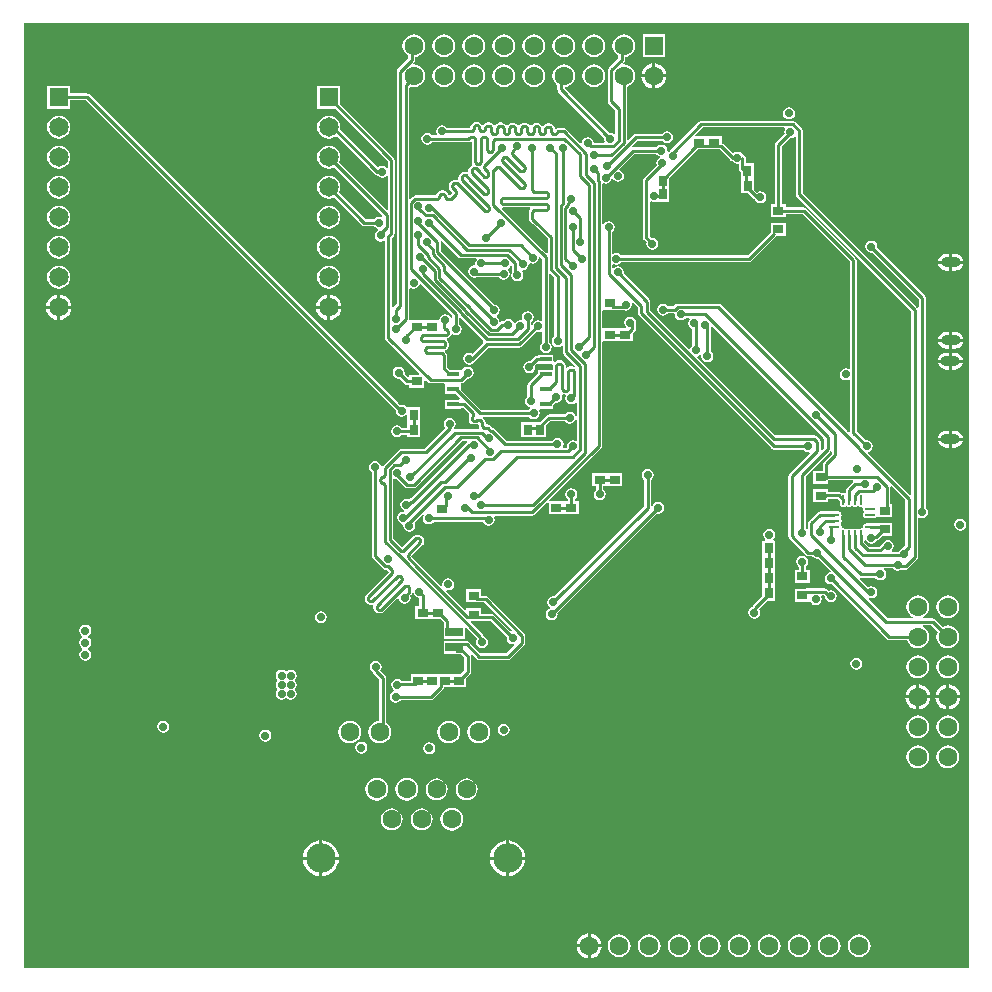
<source format=gbl>
G04*
G04 #@! TF.GenerationSoftware,Altium Limited,Altium Designer,19.1.7 (138)*
G04*
G04 Layer_Physical_Order=4*
G04 Layer_Color=16711680*
%FSLAX42Y42*%
%MOMM*%
G71*
G01*
G75*
%ADD10C,0.25*%
%ADD16C,0.15*%
%ADD56R,0.97X0.80*%
%ADD57R,0.80X0.97*%
%ADD118C,1.60*%
%ADD119R,1.60X1.60*%
%ADD120O,1.60X0.90*%
%ADD121C,2.50*%
%ADD122C,3.25*%
G04:AMPARAMS|DCode=123|XSize=1.5mm|YSize=2mm|CornerRadius=0.38mm|HoleSize=0mm|Usage=FLASHONLY|Rotation=270.000|XOffset=0mm|YOffset=0mm|HoleType=Round|Shape=RoundedRectangle|*
%AMROUNDEDRECTD123*
21,1,1.50,1.25,0,0,270.0*
21,1,0.75,2.00,0,0,270.0*
1,1,0.75,-0.63,-0.38*
1,1,0.75,-0.63,0.38*
1,1,0.75,0.63,0.38*
1,1,0.75,0.63,-0.38*
%
%ADD123ROUNDEDRECTD123*%
%ADD124C,2.10*%
%ADD125C,1.65*%
%ADD126R,1.65X1.65*%
%ADD127C,0.70*%
%ADD128C,0.50*%
%ADD130R,1.75X1.75*%
%ADD131O,0.90X0.25*%
%ADD132O,0.25X0.90*%
%ADD133R,1.05X0.45*%
%ADD134R,3.40X4.30*%
%ADD135R,1.50X0.80*%
G36*
X16000Y8000D02*
X8000D01*
Y16000D01*
X16000D01*
Y8000D01*
D02*
G37*
%LPC*%
G36*
X13430Y15907D02*
X13240D01*
Y15716D01*
X13430D01*
Y15907D01*
D02*
G37*
G36*
X12827Y15907D02*
X12802Y15904D01*
X12779Y15894D01*
X12759Y15879D01*
X12744Y15859D01*
X12734Y15836D01*
X12731Y15812D01*
X12734Y15787D01*
X12744Y15764D01*
X12759Y15744D01*
X12779Y15729D01*
X12802Y15719D01*
X12827Y15716D01*
X12852Y15719D01*
X12875Y15729D01*
X12895Y15744D01*
X12910Y15764D01*
X12920Y15787D01*
X12923Y15812D01*
X12920Y15836D01*
X12910Y15859D01*
X12895Y15879D01*
X12875Y15894D01*
X12852Y15904D01*
X12827Y15907D01*
D02*
G37*
G36*
X12573D02*
X12548Y15904D01*
X12525Y15894D01*
X12505Y15879D01*
X12490Y15859D01*
X12480Y15836D01*
X12477Y15812D01*
X12480Y15787D01*
X12490Y15764D01*
X12505Y15744D01*
X12525Y15729D01*
X12548Y15719D01*
X12573Y15716D01*
X12598Y15719D01*
X12621Y15729D01*
X12641Y15744D01*
X12656Y15764D01*
X12666Y15787D01*
X12669Y15812D01*
X12666Y15836D01*
X12656Y15859D01*
X12641Y15879D01*
X12621Y15894D01*
X12598Y15904D01*
X12573Y15907D01*
D02*
G37*
G36*
X12319D02*
X12294Y15904D01*
X12271Y15894D01*
X12251Y15879D01*
X12236Y15859D01*
X12226Y15836D01*
X12223Y15812D01*
X12226Y15787D01*
X12236Y15764D01*
X12251Y15744D01*
X12271Y15729D01*
X12294Y15719D01*
X12319Y15716D01*
X12344Y15719D01*
X12367Y15729D01*
X12387Y15744D01*
X12402Y15764D01*
X12412Y15787D01*
X12415Y15812D01*
X12412Y15836D01*
X12402Y15859D01*
X12387Y15879D01*
X12367Y15894D01*
X12344Y15904D01*
X12319Y15907D01*
D02*
G37*
G36*
X12065D02*
X12040Y15904D01*
X12017Y15894D01*
X11997Y15879D01*
X11982Y15859D01*
X11972Y15836D01*
X11969Y15812D01*
X11972Y15787D01*
X11982Y15764D01*
X11997Y15744D01*
X12017Y15729D01*
X12040Y15719D01*
X12065Y15716D01*
X12090Y15719D01*
X12113Y15729D01*
X12133Y15744D01*
X12148Y15764D01*
X12158Y15787D01*
X12161Y15812D01*
X12158Y15836D01*
X12148Y15859D01*
X12133Y15879D01*
X12113Y15894D01*
X12090Y15904D01*
X12065Y15907D01*
D02*
G37*
G36*
X11811D02*
X11786Y15904D01*
X11763Y15894D01*
X11743Y15879D01*
X11728Y15859D01*
X11718Y15836D01*
X11715Y15812D01*
X11718Y15787D01*
X11728Y15764D01*
X11743Y15744D01*
X11763Y15729D01*
X11786Y15719D01*
X11811Y15716D01*
X11836Y15719D01*
X11859Y15729D01*
X11879Y15744D01*
X11894Y15764D01*
X11904Y15787D01*
X11907Y15812D01*
X11904Y15836D01*
X11894Y15859D01*
X11879Y15879D01*
X11859Y15894D01*
X11836Y15904D01*
X11811Y15907D01*
D02*
G37*
G36*
X11557D02*
X11532Y15904D01*
X11509Y15894D01*
X11489Y15879D01*
X11474Y15859D01*
X11464Y15836D01*
X11461Y15812D01*
X11464Y15787D01*
X11474Y15764D01*
X11489Y15744D01*
X11509Y15729D01*
X11532Y15719D01*
X11557Y15716D01*
X11582Y15719D01*
X11605Y15729D01*
X11625Y15744D01*
X11640Y15764D01*
X11650Y15787D01*
X11653Y15812D01*
X11650Y15836D01*
X11640Y15859D01*
X11625Y15879D01*
X11605Y15894D01*
X11582Y15904D01*
X11557Y15907D01*
D02*
G37*
G36*
X13348Y15662D02*
Y15570D01*
X13440D01*
X13438Y15585D01*
X13427Y15611D01*
X13410Y15633D01*
X13388Y15650D01*
X13363Y15660D01*
X13348Y15662D01*
D02*
G37*
G36*
X13322D02*
X13307Y15660D01*
X13282Y15650D01*
X13260Y15633D01*
X13243Y15611D01*
X13232Y15585D01*
X13230Y15570D01*
X13322D01*
Y15662D01*
D02*
G37*
G36*
X12827Y15653D02*
X12802Y15650D01*
X12779Y15640D01*
X12759Y15625D01*
X12744Y15605D01*
X12734Y15582D01*
X12731Y15557D01*
X12734Y15533D01*
X12744Y15510D01*
X12759Y15490D01*
X12779Y15475D01*
X12802Y15465D01*
X12827Y15462D01*
X12852Y15465D01*
X12875Y15475D01*
X12895Y15490D01*
X12910Y15510D01*
X12920Y15533D01*
X12923Y15557D01*
X12920Y15582D01*
X12910Y15605D01*
X12895Y15625D01*
X12875Y15640D01*
X12852Y15650D01*
X12827Y15653D01*
D02*
G37*
G36*
X12319D02*
X12294Y15650D01*
X12271Y15640D01*
X12251Y15625D01*
X12236Y15605D01*
X12226Y15582D01*
X12223Y15557D01*
X12226Y15533D01*
X12236Y15510D01*
X12251Y15490D01*
X12271Y15475D01*
X12294Y15465D01*
X12319Y15462D01*
X12344Y15465D01*
X12367Y15475D01*
X12387Y15490D01*
X12402Y15510D01*
X12412Y15533D01*
X12415Y15557D01*
X12412Y15582D01*
X12402Y15605D01*
X12387Y15625D01*
X12367Y15640D01*
X12344Y15650D01*
X12319Y15653D01*
D02*
G37*
G36*
X12065D02*
X12040Y15650D01*
X12017Y15640D01*
X11997Y15625D01*
X11982Y15605D01*
X11972Y15582D01*
X11969Y15557D01*
X11972Y15533D01*
X11982Y15510D01*
X11997Y15490D01*
X12017Y15475D01*
X12040Y15465D01*
X12065Y15462D01*
X12090Y15465D01*
X12113Y15475D01*
X12133Y15490D01*
X12148Y15510D01*
X12158Y15533D01*
X12161Y15557D01*
X12158Y15582D01*
X12148Y15605D01*
X12133Y15625D01*
X12113Y15640D01*
X12090Y15650D01*
X12065Y15653D01*
D02*
G37*
G36*
X11811D02*
X11786Y15650D01*
X11763Y15640D01*
X11743Y15625D01*
X11728Y15605D01*
X11718Y15582D01*
X11715Y15557D01*
X11718Y15533D01*
X11728Y15510D01*
X11743Y15490D01*
X11763Y15475D01*
X11786Y15465D01*
X11811Y15462D01*
X11836Y15465D01*
X11859Y15475D01*
X11879Y15490D01*
X11894Y15510D01*
X11904Y15533D01*
X11907Y15557D01*
X11904Y15582D01*
X11894Y15605D01*
X11879Y15625D01*
X11859Y15640D01*
X11836Y15650D01*
X11811Y15653D01*
D02*
G37*
G36*
X11557D02*
X11532Y15650D01*
X11509Y15640D01*
X11489Y15625D01*
X11474Y15605D01*
X11464Y15582D01*
X11461Y15557D01*
X11464Y15533D01*
X11474Y15510D01*
X11489Y15490D01*
X11509Y15475D01*
X11532Y15465D01*
X11557Y15462D01*
X11582Y15465D01*
X11605Y15475D01*
X11625Y15490D01*
X11640Y15510D01*
X11650Y15533D01*
X11653Y15557D01*
X11650Y15582D01*
X11640Y15605D01*
X11625Y15625D01*
X11605Y15640D01*
X11582Y15650D01*
X11557Y15653D01*
D02*
G37*
G36*
X13440Y15545D02*
X13348D01*
Y15453D01*
X13363Y15455D01*
X13388Y15465D01*
X13410Y15482D01*
X13427Y15504D01*
X13438Y15530D01*
X13440Y15545D01*
D02*
G37*
G36*
X13322D02*
X13230D01*
X13232Y15530D01*
X13243Y15504D01*
X13260Y15482D01*
X13282Y15465D01*
X13307Y15455D01*
X13322Y15453D01*
Y15545D01*
D02*
G37*
G36*
X14480Y15291D02*
X14460Y15287D01*
X14444Y15276D01*
X14433Y15260D01*
X14429Y15240D01*
X14433Y15220D01*
X14444Y15204D01*
X14460Y15193D01*
X14480Y15189D01*
X14500Y15193D01*
X14516Y15204D01*
X14527Y15220D01*
X14531Y15240D01*
X14527Y15260D01*
X14516Y15276D01*
X14500Y15287D01*
X14480Y15291D01*
D02*
G37*
G36*
X13081Y15907D02*
X13056Y15904D01*
X13033Y15894D01*
X13013Y15879D01*
X12998Y15859D01*
X12988Y15836D01*
X12985Y15812D01*
X12988Y15787D01*
X12998Y15764D01*
X13013Y15744D01*
X13033Y15729D01*
X13036Y15727D01*
Y15705D01*
X12953Y15622D01*
X12947Y15613D01*
X12945Y15602D01*
X12945Y15602D01*
Y15341D01*
X12945Y15341D01*
X12947Y15330D01*
X12953Y15321D01*
X13011Y15263D01*
Y15068D01*
X12998Y15063D01*
X12985Y15072D01*
X12965Y15076D01*
X12956Y15074D01*
X12580Y15450D01*
X12585Y15463D01*
X12598Y15465D01*
X12621Y15475D01*
X12641Y15490D01*
X12656Y15510D01*
X12666Y15533D01*
X12669Y15557D01*
X12666Y15582D01*
X12656Y15605D01*
X12641Y15625D01*
X12621Y15640D01*
X12598Y15650D01*
X12573Y15653D01*
X12548Y15650D01*
X12525Y15640D01*
X12505Y15625D01*
X12490Y15605D01*
X12480Y15582D01*
X12477Y15557D01*
X12480Y15533D01*
X12490Y15510D01*
X12505Y15490D01*
X12519Y15479D01*
Y15442D01*
X12519Y15442D01*
X12522Y15432D01*
X12528Y15422D01*
X12916Y15034D01*
X12914Y15025D01*
X12918Y15005D01*
X12921Y15001D01*
X12915Y14990D01*
X12826D01*
X12823Y15006D01*
X12812Y15022D01*
X12796Y15033D01*
X12776Y15037D01*
X12757Y15033D01*
X12740Y15022D01*
X12729Y15006D01*
X12726Y14992D01*
X12713Y14988D01*
X12593Y15108D01*
X12584Y15114D01*
X12573Y15116D01*
X12573Y15116D01*
X12528D01*
X12517Y15114D01*
X12510Y15109D01*
X12503Y15111D01*
X12497Y15115D01*
X12495Y15123D01*
X12489Y15132D01*
X12489Y15132D01*
X12474Y15147D01*
X12465Y15153D01*
X12454Y15155D01*
X12454Y15155D01*
X12433D01*
X12433Y15155D01*
X12423Y15153D01*
X12413Y15147D01*
X12413Y15147D01*
X12402Y15135D01*
X12391Y15134D01*
X12385Y15135D01*
X12372Y15149D01*
X12363Y15155D01*
X12352Y15157D01*
X12352Y15157D01*
X12332D01*
X12332Y15157D01*
X12321Y15155D01*
X12312Y15149D01*
X12312Y15149D01*
X12300Y15137D01*
X12289Y15135D01*
X12284Y15137D01*
X12271Y15150D01*
X12261Y15156D01*
X12251Y15158D01*
X12251Y15158D01*
X12230D01*
X12230Y15158D01*
X12219Y15156D01*
X12210Y15150D01*
X12210Y15150D01*
X12198Y15138D01*
X12188Y15137D01*
X12182Y15139D01*
X12169Y15152D01*
X12160Y15158D01*
X12149Y15160D01*
X12149Y15160D01*
X12129D01*
X12129Y15160D01*
X12118Y15158D01*
X12109Y15152D01*
X12109Y15152D01*
X12097Y15140D01*
X12086Y15139D01*
X12081Y15140D01*
X12067Y15153D01*
X12058Y15160D01*
X12047Y15162D01*
X12047Y15162D01*
X12027D01*
X12027Y15162D01*
X12016Y15160D01*
X12007Y15153D01*
X12007Y15153D01*
X11995Y15141D01*
X11985Y15140D01*
X11979Y15142D01*
X11966Y15155D01*
X11957Y15161D01*
X11946Y15163D01*
X11946Y15163D01*
X11925D01*
X11925Y15163D01*
X11915Y15161D01*
X11905Y15155D01*
X11905Y15155D01*
X11894Y15143D01*
X11883Y15142D01*
X11877Y15143D01*
X11864Y15157D01*
X11855Y15163D01*
X11844Y15165D01*
X11844Y15165D01*
X11824D01*
X11824Y15165D01*
X11813Y15163D01*
X11804Y15157D01*
X11804Y15157D01*
X11789Y15141D01*
X11783Y15132D01*
X11780Y15121D01*
X11770Y15116D01*
X11586D01*
X11580Y15124D01*
X11564Y15135D01*
X11544Y15139D01*
X11525Y15135D01*
X11508Y15124D01*
X11497Y15107D01*
X11493Y15088D01*
X11497Y15068D01*
X11500Y15064D01*
X11494Y15052D01*
X11459D01*
X11453Y15060D01*
X11437Y15071D01*
X11417Y15075D01*
X11398Y15071D01*
X11381Y15060D01*
X11370Y15044D01*
X11366Y15024D01*
X11370Y15005D01*
X11381Y14988D01*
X11398Y14977D01*
X11417Y14973D01*
X11437Y14977D01*
X11453Y14988D01*
X11459Y14996D01*
X11762D01*
X11762Y14996D01*
X11773Y14998D01*
X11776Y15000D01*
X11780Y15001D01*
X11781Y15001D01*
X11792Y14993D01*
Y14829D01*
X11792Y14829D01*
X11794Y14818D01*
X11798Y14813D01*
X11797Y14807D01*
X11795Y14801D01*
X11794Y14798D01*
X11787Y14794D01*
X11787Y14794D01*
X11772Y14779D01*
X11766Y14770D01*
X11764Y14759D01*
X11764Y14759D01*
Y14749D01*
X11762Y14747D01*
X11752Y14740D01*
X11746Y14741D01*
X11746Y14741D01*
X11724D01*
X11724Y14741D01*
X11713Y14739D01*
X11704Y14733D01*
X11704Y14733D01*
X11690Y14718D01*
X11690Y14718D01*
X11684Y14709D01*
X11681Y14698D01*
X11681Y14698D01*
Y14686D01*
X11669Y14676D01*
X11667Y14676D01*
X11667Y14676D01*
X11645D01*
X11645Y14676D01*
X11634Y14674D01*
X11625Y14668D01*
X11625Y14668D01*
X11611Y14654D01*
X11604Y14645D01*
X11602Y14634D01*
X11602Y14634D01*
Y14612D01*
X11602Y14612D01*
X11604Y14601D01*
X11611Y14592D01*
X11627Y14576D01*
Y14563D01*
X11618Y14553D01*
X11618Y14553D01*
X11611Y14547D01*
X11598Y14550D01*
X11597Y14554D01*
X11591Y14563D01*
X11591Y14563D01*
X11576Y14579D01*
X11566Y14585D01*
X11556Y14587D01*
X11556Y14587D01*
X11535D01*
X11535Y14587D01*
X11524Y14585D01*
X11515Y14579D01*
X11515Y14579D01*
X11500Y14563D01*
X11494Y14554D01*
X11492Y14544D01*
X11315D01*
X11304Y14541D01*
X11295Y14535D01*
X11275Y14515D01*
X11263Y14520D01*
Y15457D01*
X11276Y15466D01*
X11278Y15465D01*
X11303Y15462D01*
X11328Y15465D01*
X11351Y15475D01*
X11371Y15490D01*
X11386Y15510D01*
X11396Y15533D01*
X11399Y15557D01*
X11396Y15582D01*
X11386Y15605D01*
X11371Y15625D01*
X11351Y15640D01*
X11328Y15650D01*
X11304Y15653D01*
X11300Y15659D01*
X11298Y15664D01*
X11307Y15673D01*
X11307Y15673D01*
X11313Y15683D01*
X11315Y15693D01*
X11315Y15693D01*
Y15717D01*
X11328Y15719D01*
X11351Y15729D01*
X11371Y15744D01*
X11386Y15764D01*
X11396Y15787D01*
X11399Y15812D01*
X11396Y15836D01*
X11386Y15859D01*
X11371Y15879D01*
X11351Y15894D01*
X11328Y15904D01*
X11303Y15907D01*
X11278Y15904D01*
X11255Y15894D01*
X11235Y15879D01*
X11220Y15859D01*
X11210Y15836D01*
X11207Y15812D01*
X11210Y15787D01*
X11220Y15764D01*
X11235Y15744D01*
X11255Y15729D01*
X11258Y15727D01*
Y15705D01*
X11165Y15612D01*
X11159Y15603D01*
X11157Y15592D01*
X11157Y15592D01*
Y13622D01*
X11131Y13596D01*
X11129Y13594D01*
X11116Y13597D01*
Y14184D01*
X11134Y14202D01*
X11134Y14202D01*
X11140Y14211D01*
X11142Y14222D01*
Y14845D01*
X11140Y14856D01*
X11134Y14865D01*
X11134Y14865D01*
X10681Y15318D01*
Y15473D01*
X10486D01*
Y15278D01*
X10641D01*
X11086Y14833D01*
Y14784D01*
X11073Y14780D01*
X11072Y14781D01*
X11056Y14792D01*
X11036Y14796D01*
X11017Y14792D01*
X11000Y14781D01*
X11000Y14781D01*
X10679Y15102D01*
X10682Y15122D01*
X10678Y15147D01*
X10668Y15171D01*
X10653Y15191D01*
X10632Y15207D01*
X10609Y15217D01*
X10583Y15220D01*
X10558Y15217D01*
X10534Y15207D01*
X10514Y15191D01*
X10498Y15171D01*
X10488Y15147D01*
X10485Y15122D01*
X10488Y15096D01*
X10498Y15072D01*
X10514Y15052D01*
X10534Y15036D01*
X10558Y15027D01*
X10583Y15023D01*
X10609Y15027D01*
X10632Y15036D01*
X10651Y15050D01*
X10976Y14725D01*
X10976Y14725D01*
X10985Y14719D01*
X10995Y14717D01*
X11000Y14709D01*
X11017Y14698D01*
X11036Y14694D01*
X11056Y14698D01*
X11072Y14709D01*
X11073Y14710D01*
X11086Y14706D01*
Y14422D01*
X11074Y14417D01*
X10670Y14821D01*
X10678Y14842D01*
X10682Y14868D01*
X10678Y14893D01*
X10668Y14917D01*
X10653Y14937D01*
X10632Y14953D01*
X10609Y14963D01*
X10583Y14966D01*
X10558Y14963D01*
X10534Y14953D01*
X10514Y14937D01*
X10498Y14917D01*
X10488Y14893D01*
X10485Y14868D01*
X10488Y14842D01*
X10498Y14818D01*
X10514Y14798D01*
X10534Y14782D01*
X10558Y14773D01*
X10583Y14769D01*
X10609Y14773D01*
X10630Y14781D01*
X11037Y14374D01*
X11037Y14371D01*
X11036Y14370D01*
X11023Y14362D01*
X11011Y14364D01*
X10991Y14360D01*
X10975Y14349D01*
X10970Y14341D01*
X10896D01*
X10670Y14567D01*
X10678Y14588D01*
X10682Y14614D01*
X10678Y14639D01*
X10668Y14663D01*
X10653Y14683D01*
X10632Y14699D01*
X10609Y14709D01*
X10583Y14712D01*
X10558Y14709D01*
X10534Y14699D01*
X10514Y14683D01*
X10498Y14663D01*
X10488Y14639D01*
X10485Y14614D01*
X10488Y14588D01*
X10498Y14564D01*
X10514Y14544D01*
X10534Y14528D01*
X10558Y14519D01*
X10583Y14515D01*
X10609Y14519D01*
X10630Y14527D01*
X10864Y14293D01*
X10864Y14293D01*
X10873Y14287D01*
X10884Y14285D01*
X10884Y14285D01*
X10970D01*
X10975Y14277D01*
X10991Y14266D01*
X11001Y14264D01*
X11002Y14259D01*
X11002Y14251D01*
X10988Y14241D01*
X10977Y14225D01*
X10973Y14205D01*
X10977Y14185D01*
X10988Y14169D01*
X11004Y14158D01*
X11024Y14154D01*
X11044Y14158D01*
X11048Y14161D01*
X11060Y14155D01*
Y13337D01*
X11060Y13337D01*
X11062Y13326D01*
X11068Y13317D01*
X11349Y13036D01*
X11344Y13024D01*
X11265D01*
Y13012D01*
X11252Y13006D01*
X11225Y13034D01*
X11227Y13043D01*
X11223Y13062D01*
X11212Y13079D01*
X11196Y13090D01*
X11176Y13094D01*
X11156Y13090D01*
X11140Y13079D01*
X11129Y13062D01*
X11125Y13043D01*
X11129Y13023D01*
X11140Y13007D01*
X11156Y12996D01*
X11176Y12992D01*
X11185Y12994D01*
X11230Y12949D01*
X11230Y12949D01*
X11239Y12943D01*
X11250Y12941D01*
X11265D01*
Y12914D01*
X11392D01*
Y12977D01*
X11403Y12982D01*
X11425Y12960D01*
X11425Y12960D01*
X11434Y12954D01*
X11445Y12952D01*
X11563D01*
X11567Y12941D01*
X11567D01*
Y12866D01*
X11656D01*
X11695Y12826D01*
X11690Y12814D01*
X11567D01*
Y12739D01*
X11702D01*
Y12748D01*
X11717D01*
X11767Y12698D01*
X11775Y12689D01*
X11769Y12680D01*
X11767Y12669D01*
X11767Y12669D01*
Y12647D01*
X11767Y12647D01*
X11769Y12637D01*
X11775Y12628D01*
X11775Y12628D01*
X11790Y12613D01*
X11790Y12613D01*
X11799Y12607D01*
X11810Y12605D01*
X11810Y12605D01*
X11831D01*
X11831Y12605D01*
X11842Y12607D01*
X11842Y12607D01*
X11854Y12600D01*
Y12591D01*
X11854Y12591D01*
X11857Y12580D01*
X11859Y12577D01*
X11852Y12565D01*
X11654D01*
X11650Y12564D01*
X11645Y12573D01*
X11644Y12576D01*
X11655Y12592D01*
X11659Y12611D01*
X11655Y12631D01*
X11644Y12647D01*
X11627Y12658D01*
X11608Y12662D01*
X11588Y12658D01*
X11572Y12647D01*
X11561Y12631D01*
X11557Y12611D01*
X11561Y12592D01*
X11571Y12576D01*
X11392Y12397D01*
X11194D01*
X11194Y12397D01*
X11184Y12395D01*
X11175Y12389D01*
X11040Y12255D01*
X11038Y12251D01*
X11024Y12253D01*
X11022Y12264D01*
X11011Y12281D01*
X10994Y12292D01*
X10975Y12296D01*
X10955Y12292D01*
X10939Y12281D01*
X10928Y12264D01*
X10924Y12245D01*
X10928Y12225D01*
X10939Y12209D01*
X10947Y12204D01*
Y11492D01*
X10947Y11492D01*
X10949Y11481D01*
X10955Y11472D01*
X11041Y11385D01*
X11041Y11385D01*
X11050Y11379D01*
X11061Y11377D01*
X11061Y11377D01*
X11075D01*
X11093Y11359D01*
X10897Y11163D01*
X10891Y11154D01*
X10889Y11143D01*
X10889Y11143D01*
Y11122D01*
X10889Y11122D01*
X10891Y11111D01*
X10897Y11102D01*
X10912Y11088D01*
X10912Y11088D01*
X10921Y11081D01*
X10932Y11079D01*
X10950D01*
X10956Y11075D01*
X10961Y11068D01*
Y11050D01*
X10961Y11050D01*
X10963Y11039D01*
X10969Y11030D01*
X10984Y11016D01*
X10984Y11016D01*
X10993Y11010D01*
X11004Y11007D01*
X11004Y11007D01*
X11025D01*
X11025Y11007D01*
X11036Y11010D01*
X11045Y11016D01*
X11164Y11134D01*
X11177Y11130D01*
X11180Y11118D01*
X11191Y11102D01*
X11207Y11091D01*
X11227Y11087D01*
X11246Y11091D01*
X11263Y11102D01*
X11274Y11118D01*
X11278Y11138D01*
X11274Y11157D01*
X11279Y11162D01*
X11279Y11162D01*
X11285Y11171D01*
X11287Y11181D01*
X11287Y11182D01*
X11288Y11182D01*
X11292Y11182D01*
X11302Y11176D01*
X11303Y11170D01*
X11314Y11154D01*
X11330Y11143D01*
X11350Y11139D01*
X11351Y11138D01*
Y11066D01*
X11316D01*
Y10956D01*
X11442D01*
Y10956D01*
X11443D01*
Y10956D01*
X11530D01*
X11555Y10930D01*
Y10875D01*
X11555Y10875D01*
X11556Y10872D01*
Y10792D01*
X11736D01*
Y10881D01*
X11748Y10886D01*
X11839Y10795D01*
Y10790D01*
X11834Y10783D01*
X11830Y10763D01*
X11834Y10743D01*
X11845Y10727D01*
X11861Y10716D01*
X11881Y10712D01*
X11901Y10716D01*
X11917Y10727D01*
X11928Y10743D01*
X11932Y10763D01*
X11928Y10783D01*
X11917Y10799D01*
X11901Y10810D01*
X11894Y10811D01*
X11893Y10818D01*
X11887Y10827D01*
X11887Y10827D01*
X11785Y10929D01*
X11790Y10941D01*
X11874D01*
Y10945D01*
X11952D01*
X12092Y10804D01*
X12090Y10795D01*
X12094Y10775D01*
X12105Y10759D01*
X12122Y10748D01*
X12141Y10744D01*
X12148Y10745D01*
X12154Y10734D01*
X12089Y10668D01*
X11867D01*
X11771Y10764D01*
X11762Y10770D01*
X11751Y10772D01*
X11751Y10772D01*
X11673D01*
X11673Y10772D01*
X11672Y10772D01*
X11556D01*
Y10662D01*
X11670D01*
X11673Y10662D01*
X11702D01*
X11732Y10631D01*
Y10522D01*
X11699Y10489D01*
X11278D01*
Y10435D01*
X11201D01*
X11199Y10437D01*
X11183Y10448D01*
X11163Y10452D01*
X11144Y10448D01*
X11127Y10437D01*
X11116Y10421D01*
X11112Y10401D01*
X11116Y10382D01*
X11127Y10365D01*
X11134Y10360D01*
X11132Y10347D01*
X11131Y10347D01*
X11115Y10336D01*
X11104Y10319D01*
X11100Y10300D01*
X11104Y10280D01*
X11115Y10264D01*
X11131Y10253D01*
X11151Y10249D01*
X11170Y10253D01*
X11187Y10264D01*
X11192Y10271D01*
X11448D01*
X11448Y10271D01*
X11459Y10274D01*
X11468Y10280D01*
X11554Y10366D01*
X11554Y10366D01*
X11560Y10375D01*
X11561Y10379D01*
X11747D01*
Y10458D01*
X11780Y10491D01*
X11786Y10500D01*
X11788Y10511D01*
Y10643D01*
X11787Y10650D01*
X11799Y10656D01*
X11835Y10620D01*
X11835Y10620D01*
X11844Y10614D01*
X11855Y10612D01*
X12100D01*
X12100Y10612D01*
X12111Y10614D01*
X12120Y10620D01*
X12240Y10739D01*
X12240Y10739D01*
X12246Y10748D01*
X12248Y10759D01*
X12248Y10759D01*
Y10818D01*
X12248Y10818D01*
X12246Y10829D01*
X12240Y10838D01*
X12240Y10838D01*
X11932Y11146D01*
X11923Y11152D01*
X11912Y11154D01*
X11912Y11154D01*
X11874D01*
Y11208D01*
X11748D01*
Y11098D01*
X11836D01*
X11838Y11098D01*
X11900D01*
X12131Y10867D01*
X12127Y10853D01*
X12124Y10852D01*
X11983Y10993D01*
X11974Y10999D01*
X11963Y11001D01*
X11963Y11001D01*
X11874D01*
Y11051D01*
X11748D01*
Y11040D01*
X11736Y11035D01*
X11580Y11191D01*
X11586Y11203D01*
X11595Y11201D01*
X11615Y11205D01*
X11631Y11216D01*
X11642Y11233D01*
X11646Y11252D01*
X11642Y11272D01*
X11631Y11288D01*
X11615Y11299D01*
X11595Y11303D01*
X11576Y11299D01*
X11559Y11288D01*
X11548Y11272D01*
X11544Y11252D01*
X11546Y11243D01*
X11534Y11237D01*
X11354Y11417D01*
X11354Y11417D01*
X11282Y11489D01*
X11380Y11588D01*
X11380Y11588D01*
X11386Y11597D01*
X11388Y11608D01*
X11388Y11608D01*
Y11629D01*
X11388Y11629D01*
X11386Y11640D01*
X11380Y11649D01*
X11380Y11649D01*
X11365Y11663D01*
X11356Y11670D01*
X11345Y11672D01*
X11345Y11672D01*
X11324D01*
X11313Y11670D01*
X11304Y11663D01*
X11304Y11663D01*
X11206Y11565D01*
X11129Y11642D01*
Y12141D01*
X11140Y12147D01*
X11144Y12145D01*
X11162Y12141D01*
X11229Y12074D01*
X11229Y12074D01*
X11238Y12068D01*
X11249Y12066D01*
X11301D01*
X11301Y12066D01*
X11312Y12068D01*
X11321Y12074D01*
X11714Y12468D01*
X11752D01*
X11756Y12455D01*
X11753Y12453D01*
X11753Y12453D01*
X11279Y11979D01*
X11277D01*
X11266Y11977D01*
X11259Y11972D01*
X11259Y11972D01*
X11239Y11976D01*
X11220Y11972D01*
X11203Y11961D01*
X11192Y11945D01*
X11189Y11925D01*
X11192Y11906D01*
X11203Y11889D01*
X11219Y11879D01*
X11220Y11878D01*
X11224Y11864D01*
X11224Y11864D01*
X11213Y11867D01*
X11193Y11863D01*
X11177Y11852D01*
X11166Y11835D01*
X11162Y11816D01*
X11166Y11796D01*
X11177Y11780D01*
X11193Y11769D01*
X11205Y11766D01*
X11215Y11753D01*
X11214Y11747D01*
X11218Y11728D01*
X11229Y11711D01*
X11245Y11700D01*
X11265Y11697D01*
X11284Y11700D01*
X11301Y11711D01*
X11312Y11728D01*
X11316Y11747D01*
X11312Y11767D01*
X11307Y11775D01*
X11378Y11845D01*
X11387Y11837D01*
X11383Y11831D01*
X11379Y11811D01*
X11383Y11791D01*
X11394Y11775D01*
X11410Y11764D01*
X11430Y11760D01*
X11450Y11764D01*
X11466Y11775D01*
X11471Y11783D01*
X11890D01*
X11891Y11779D01*
X11902Y11762D01*
X11918Y11751D01*
X11938Y11747D01*
X11958Y11751D01*
X11974Y11762D01*
X11985Y11779D01*
X11989Y11798D01*
X11985Y11818D01*
X11983Y11822D01*
X11989Y11834D01*
X12307D01*
X12307Y11834D01*
X12318Y11837D01*
X12327Y11843D01*
X12434Y11949D01*
X12446Y11944D01*
Y11845D01*
X12573D01*
Y11845D01*
X12573D01*
Y11845D01*
X12700D01*
Y11955D01*
X12665D01*
Y11973D01*
X12673Y11978D01*
X12684Y11995D01*
X12687Y12014D01*
X12684Y12034D01*
X12673Y12050D01*
X12656Y12061D01*
X12636Y12065D01*
X12617Y12061D01*
X12600Y12050D01*
X12589Y12034D01*
X12586Y12014D01*
X12589Y11995D01*
X12600Y11978D01*
X12608Y11973D01*
Y11955D01*
X12573D01*
Y11955D01*
X12573D01*
Y11955D01*
X12457D01*
X12452Y11968D01*
X12889Y12405D01*
X12889Y12405D01*
X12895Y12414D01*
X12897Y12425D01*
X12897Y12425D01*
Y13298D01*
X12903Y13308D01*
X12910Y13308D01*
X13030D01*
Y13308D01*
X13030D01*
Y13308D01*
X13157D01*
Y13378D01*
X13175Y13396D01*
X13181Y13405D01*
X13183Y13416D01*
X13183Y13416D01*
Y13448D01*
X13183Y13448D01*
X13187Y13467D01*
X13183Y13487D01*
X13172Y13504D01*
X13155Y13515D01*
X13136Y13518D01*
X13116Y13515D01*
X13100Y13504D01*
X13089Y13487D01*
X13085Y13467D01*
X13089Y13448D01*
X13100Y13431D01*
X13101Y13431D01*
X13097Y13418D01*
X13030D01*
Y13418D01*
X13030D01*
Y13418D01*
X12910D01*
X12903Y13418D01*
X12897Y13428D01*
Y13565D01*
X12903Y13575D01*
X12910Y13575D01*
X12991D01*
X12994Y13574D01*
X13077D01*
X13079Y13573D01*
X13098Y13569D01*
X13118Y13573D01*
X13134Y13584D01*
X13145Y13601D01*
X13149Y13620D01*
X13147Y13630D01*
X13159Y13637D01*
X13199Y13597D01*
Y13549D01*
X13199Y13549D01*
X13201Y13538D01*
X13207Y13529D01*
X14336Y12401D01*
X14336Y12401D01*
X14345Y12395D01*
X14356Y12392D01*
X14602D01*
X14607Y12385D01*
X14624Y12374D01*
X14643Y12370D01*
X14650Y12371D01*
X14656Y12359D01*
X14483Y12187D01*
X14477Y12177D01*
X14475Y12167D01*
X14475Y12167D01*
Y11659D01*
X14475Y11659D01*
X14477Y11648D01*
X14483Y11639D01*
X14623Y11499D01*
X14623Y11499D01*
X14632Y11493D01*
X14643Y11491D01*
X14678D01*
X14683Y11483D01*
X14700Y11472D01*
X14719Y11468D01*
X14729Y11470D01*
X14832Y11366D01*
X14828Y11353D01*
X14814Y11350D01*
X14798Y11339D01*
X14787Y11323D01*
X14783Y11303D01*
X14787Y11283D01*
X14798Y11267D01*
X14814Y11256D01*
X14834Y11252D01*
X14843Y11254D01*
X15309Y10788D01*
X15309Y10788D01*
X15318Y10782D01*
X15329Y10779D01*
X15479D01*
X15487Y10760D01*
X15502Y10740D01*
X15522Y10725D01*
X15545Y10715D01*
X15570Y10712D01*
X15595Y10715D01*
X15618Y10725D01*
X15638Y10740D01*
X15653Y10760D01*
X15663Y10783D01*
X15666Y10808D01*
X15663Y10832D01*
X15653Y10856D01*
X15638Y10875D01*
X15618Y10891D01*
X15611Y10894D01*
X15613Y10906D01*
X15686D01*
X15740Y10852D01*
X15732Y10832D01*
X15728Y10808D01*
X15732Y10783D01*
X15741Y10760D01*
X15756Y10740D01*
X15776Y10725D01*
X15799Y10715D01*
X15824Y10712D01*
X15849Y10715D01*
X15872Y10725D01*
X15892Y10740D01*
X15907Y10760D01*
X15917Y10783D01*
X15920Y10808D01*
X15917Y10832D01*
X15907Y10856D01*
X15892Y10875D01*
X15872Y10891D01*
X15849Y10900D01*
X15824Y10904D01*
X15799Y10900D01*
X15780Y10892D01*
X15717Y10955D01*
X15708Y10961D01*
X15697Y10963D01*
X15697Y10963D01*
X15613D01*
X15611Y10976D01*
X15618Y10979D01*
X15638Y10994D01*
X15653Y11014D01*
X15663Y11037D01*
X15666Y11062D01*
X15663Y11086D01*
X15653Y11110D01*
X15638Y11129D01*
X15618Y11145D01*
X15595Y11154D01*
X15570Y11158D01*
X15545Y11154D01*
X15522Y11145D01*
X15502Y11129D01*
X15487Y11110D01*
X15478Y11086D01*
X15474Y11062D01*
X15478Y11037D01*
X15487Y11014D01*
X15502Y10994D01*
X15522Y10979D01*
X15530Y10976D01*
X15527Y10963D01*
X15315D01*
X15154Y11124D01*
X15161Y11135D01*
X15177Y11132D01*
X15197Y11136D01*
X15214Y11147D01*
X15225Y11163D01*
X15228Y11183D01*
X15225Y11202D01*
X15214Y11219D01*
X15197Y11230D01*
X15177Y11234D01*
X15158Y11230D01*
X15150Y11225D01*
X15079Y11296D01*
X15085Y11308D01*
X15089Y11307D01*
X15089Y11307D01*
X15212D01*
X15218Y11299D01*
X15234Y11288D01*
X15254Y11284D01*
X15273Y11288D01*
X15290Y11299D01*
X15301Y11316D01*
X15305Y11335D01*
X15301Y11355D01*
X15290Y11371D01*
X15282Y11376D01*
X15286Y11389D01*
X15357D01*
X15360Y11385D01*
X15363Y11382D01*
X15364Y11381D01*
X15380Y11370D01*
X15400Y11366D01*
X15420Y11370D01*
X15429Y11376D01*
X15469D01*
X15469Y11376D01*
X15479Y11379D01*
X15489Y11385D01*
X15566Y11462D01*
X15566Y11462D01*
X15572Y11471D01*
X15574Y11482D01*
Y11811D01*
X15585Y11817D01*
X15589Y11815D01*
X15608Y11811D01*
X15628Y11815D01*
X15644Y11826D01*
X15655Y11842D01*
X15659Y11862D01*
X15655Y11881D01*
X15644Y11898D01*
X15637Y11903D01*
Y13678D01*
X15637Y13678D01*
X15634Y13689D01*
X15628Y13698D01*
X15226Y14100D01*
X15227Y14110D01*
X15224Y14129D01*
X15213Y14146D01*
X15196Y14157D01*
X15176Y14161D01*
X15157Y14157D01*
X15140Y14146D01*
X15129Y14129D01*
X15126Y14110D01*
X15129Y14090D01*
X15140Y14074D01*
X15157Y14063D01*
X15176Y14059D01*
X15186Y14061D01*
X15580Y13666D01*
Y13597D01*
X15567Y13593D01*
X15566Y13595D01*
X15566Y13595D01*
X14595Y14566D01*
Y15093D01*
X14595Y15093D01*
X14593Y15104D01*
X14587Y15113D01*
X14587Y15113D01*
X14532Y15168D01*
X14522Y15174D01*
X14512Y15176D01*
X14512Y15176D01*
X13737D01*
X13726Y15174D01*
X13717Y15168D01*
X13717Y15168D01*
X13474Y14925D01*
X13470Y14919D01*
X13460Y14913D01*
X13451Y14917D01*
X13449Y14919D01*
X13449Y14923D01*
X13446Y14942D01*
X13435Y14959D01*
X13418Y14970D01*
X13399Y14973D01*
X13379Y14970D01*
X13362Y14959D01*
X13357Y14951D01*
X13158D01*
X13158Y14951D01*
X13154Y14950D01*
X13147Y14962D01*
X13194Y15009D01*
X13408D01*
X13413Y15001D01*
X13430Y14990D01*
X13449Y14986D01*
X13469Y14990D01*
X13485Y15001D01*
X13496Y15017D01*
X13500Y15037D01*
X13496Y15056D01*
X13485Y15073D01*
X13469Y15084D01*
X13449Y15088D01*
X13430Y15084D01*
X13413Y15073D01*
X13408Y15065D01*
X13183D01*
X13183Y15065D01*
X13172Y15063D01*
X13163Y15057D01*
X13121Y15015D01*
X13109Y15020D01*
Y15466D01*
X13129Y15475D01*
X13149Y15490D01*
X13164Y15510D01*
X13174Y15533D01*
X13177Y15557D01*
X13174Y15582D01*
X13164Y15605D01*
X13149Y15625D01*
X13129Y15640D01*
X13106Y15650D01*
X13082Y15653D01*
X13078Y15659D01*
X13076Y15664D01*
X13085Y15673D01*
X13091Y15683D01*
X13093Y15693D01*
X13093Y15693D01*
Y15717D01*
X13106Y15719D01*
X13129Y15729D01*
X13149Y15744D01*
X13164Y15764D01*
X13174Y15787D01*
X13177Y15812D01*
X13174Y15836D01*
X13164Y15859D01*
X13149Y15879D01*
X13129Y15894D01*
X13106Y15904D01*
X13081Y15907D01*
D02*
G37*
G36*
X8297Y15220D02*
X8272Y15217D01*
X8248Y15207D01*
X8228Y15191D01*
X8212Y15171D01*
X8202Y15147D01*
X8199Y15122D01*
X8202Y15096D01*
X8212Y15072D01*
X8228Y15052D01*
X8248Y15036D01*
X8272Y15027D01*
X8297Y15023D01*
X8323Y15027D01*
X8346Y15036D01*
X8367Y15052D01*
X8382Y15072D01*
X8392Y15096D01*
X8396Y15122D01*
X8392Y15147D01*
X8382Y15171D01*
X8367Y15191D01*
X8346Y15207D01*
X8323Y15217D01*
X8297Y15220D01*
D02*
G37*
G36*
Y14966D02*
X8272Y14963D01*
X8248Y14953D01*
X8228Y14937D01*
X8212Y14917D01*
X8202Y14893D01*
X8199Y14868D01*
X8202Y14842D01*
X8212Y14818D01*
X8228Y14798D01*
X8248Y14782D01*
X8272Y14773D01*
X8297Y14769D01*
X8323Y14773D01*
X8346Y14782D01*
X8367Y14798D01*
X8382Y14818D01*
X8392Y14842D01*
X8396Y14868D01*
X8392Y14893D01*
X8382Y14917D01*
X8367Y14937D01*
X8346Y14953D01*
X8323Y14963D01*
X8297Y14966D01*
D02*
G37*
G36*
Y14712D02*
X8272Y14709D01*
X8248Y14699D01*
X8228Y14683D01*
X8212Y14663D01*
X8202Y14639D01*
X8199Y14614D01*
X8202Y14588D01*
X8212Y14564D01*
X8228Y14544D01*
X8248Y14528D01*
X8272Y14519D01*
X8297Y14515D01*
X8323Y14519D01*
X8346Y14528D01*
X8367Y14544D01*
X8382Y14564D01*
X8392Y14588D01*
X8396Y14614D01*
X8392Y14639D01*
X8382Y14663D01*
X8367Y14683D01*
X8346Y14699D01*
X8323Y14709D01*
X8297Y14712D01*
D02*
G37*
G36*
X10583Y14458D02*
X10558Y14455D01*
X10534Y14445D01*
X10514Y14429D01*
X10498Y14409D01*
X10488Y14385D01*
X10485Y14360D01*
X10488Y14334D01*
X10498Y14310D01*
X10514Y14290D01*
X10534Y14274D01*
X10558Y14265D01*
X10583Y14261D01*
X10609Y14265D01*
X10632Y14274D01*
X10653Y14290D01*
X10668Y14310D01*
X10678Y14334D01*
X10682Y14360D01*
X10678Y14385D01*
X10668Y14409D01*
X10653Y14429D01*
X10632Y14445D01*
X10609Y14455D01*
X10583Y14458D01*
D02*
G37*
G36*
X8297D02*
X8272Y14455D01*
X8248Y14445D01*
X8228Y14429D01*
X8212Y14409D01*
X8202Y14385D01*
X8199Y14360D01*
X8202Y14334D01*
X8212Y14310D01*
X8228Y14290D01*
X8248Y14274D01*
X8272Y14265D01*
X8297Y14261D01*
X8323Y14265D01*
X8346Y14274D01*
X8367Y14290D01*
X8382Y14310D01*
X8392Y14334D01*
X8396Y14360D01*
X8392Y14385D01*
X8382Y14409D01*
X8367Y14429D01*
X8346Y14445D01*
X8323Y14455D01*
X8297Y14458D01*
D02*
G37*
G36*
X10583Y14204D02*
X10558Y14201D01*
X10534Y14191D01*
X10514Y14175D01*
X10498Y14155D01*
X10488Y14131D01*
X10485Y14106D01*
X10488Y14080D01*
X10498Y14056D01*
X10514Y14036D01*
X10534Y14020D01*
X10558Y14011D01*
X10583Y14007D01*
X10609Y14011D01*
X10632Y14020D01*
X10653Y14036D01*
X10668Y14056D01*
X10678Y14080D01*
X10682Y14106D01*
X10678Y14131D01*
X10668Y14155D01*
X10653Y14175D01*
X10632Y14191D01*
X10609Y14201D01*
X10583Y14204D01*
D02*
G37*
G36*
X8297D02*
X8272Y14201D01*
X8248Y14191D01*
X8228Y14175D01*
X8212Y14155D01*
X8202Y14131D01*
X8199Y14106D01*
X8202Y14080D01*
X8212Y14056D01*
X8228Y14036D01*
X8248Y14020D01*
X8272Y14011D01*
X8297Y14007D01*
X8323Y14011D01*
X8346Y14020D01*
X8367Y14036D01*
X8382Y14056D01*
X8392Y14080D01*
X8396Y14106D01*
X8392Y14131D01*
X8382Y14155D01*
X8367Y14175D01*
X8346Y14191D01*
X8323Y14201D01*
X8297Y14204D01*
D02*
G37*
G36*
X15883Y14049D02*
X15861D01*
Y13990D01*
X15953D01*
X15952Y13996D01*
X15945Y14013D01*
X15934Y14028D01*
X15919Y14039D01*
X15902Y14046D01*
X15883Y14049D01*
D02*
G37*
G36*
X15836D02*
X15813D01*
X15795Y14046D01*
X15778Y14039D01*
X15763Y14028D01*
X15752Y14013D01*
X15745Y13996D01*
X15744Y13990D01*
X15836D01*
Y14049D01*
D02*
G37*
G36*
X15953Y13965D02*
X15861D01*
Y13907D01*
X15883D01*
X15902Y13909D01*
X15919Y13916D01*
X15934Y13927D01*
X15945Y13942D01*
X15952Y13959D01*
X15953Y13965D01*
D02*
G37*
G36*
X15836D02*
X15744D01*
X15745Y13959D01*
X15752Y13942D01*
X15763Y13927D01*
X15778Y13916D01*
X15795Y13909D01*
X15813Y13907D01*
X15836D01*
Y13965D01*
D02*
G37*
G36*
X10583Y13950D02*
X10558Y13947D01*
X10534Y13937D01*
X10514Y13921D01*
X10498Y13901D01*
X10488Y13877D01*
X10485Y13852D01*
X10488Y13826D01*
X10498Y13802D01*
X10514Y13782D01*
X10534Y13766D01*
X10558Y13757D01*
X10583Y13753D01*
X10609Y13757D01*
X10632Y13766D01*
X10653Y13782D01*
X10668Y13802D01*
X10678Y13826D01*
X10682Y13852D01*
X10678Y13877D01*
X10668Y13901D01*
X10653Y13921D01*
X10632Y13937D01*
X10609Y13947D01*
X10583Y13950D01*
D02*
G37*
G36*
X8297D02*
X8272Y13947D01*
X8248Y13937D01*
X8228Y13921D01*
X8212Y13901D01*
X8202Y13877D01*
X8199Y13852D01*
X8202Y13826D01*
X8212Y13802D01*
X8228Y13782D01*
X8248Y13766D01*
X8272Y13757D01*
X8297Y13753D01*
X8323Y13757D01*
X8346Y13766D01*
X8367Y13782D01*
X8382Y13802D01*
X8392Y13826D01*
X8396Y13852D01*
X8392Y13877D01*
X8382Y13901D01*
X8367Y13921D01*
X8346Y13937D01*
X8323Y13947D01*
X8297Y13950D01*
D02*
G37*
G36*
X10596Y13705D02*
Y13610D01*
X10690D01*
X10688Y13626D01*
X10677Y13652D01*
X10660Y13675D01*
X10638Y13692D01*
X10611Y13703D01*
X10596Y13705D01*
D02*
G37*
G36*
X8310D02*
Y13610D01*
X8404D01*
X8402Y13626D01*
X8391Y13652D01*
X8374Y13675D01*
X8352Y13692D01*
X8325Y13703D01*
X8310Y13705D01*
D02*
G37*
G36*
X8284Y13705D02*
X8269Y13703D01*
X8243Y13692D01*
X8220Y13675D01*
X8203Y13652D01*
X8192Y13626D01*
X8190Y13610D01*
X8284D01*
Y13705D01*
D02*
G37*
G36*
X10570D02*
X10555Y13703D01*
X10529Y13692D01*
X10506Y13675D01*
X10489Y13652D01*
X10478Y13626D01*
X10476Y13610D01*
X10570D01*
Y13705D01*
D02*
G37*
G36*
Y13585D02*
X10476D01*
X10478Y13569D01*
X10489Y13543D01*
X10506Y13521D01*
X10529Y13503D01*
X10555Y13492D01*
X10570Y13490D01*
Y13585D01*
D02*
G37*
G36*
X8284D02*
X8190D01*
X8192Y13569D01*
X8203Y13543D01*
X8220Y13521D01*
X8243Y13503D01*
X8269Y13492D01*
X8284Y13490D01*
Y13585D01*
D02*
G37*
G36*
X10690D02*
X10596D01*
Y13490D01*
X10611Y13492D01*
X10638Y13503D01*
X10660Y13521D01*
X10677Y13543D01*
X10688Y13569D01*
X10690Y13585D01*
D02*
G37*
G36*
X8404D02*
X8310D01*
Y13490D01*
X8325Y13492D01*
X8352Y13503D01*
X8374Y13521D01*
X8391Y13543D01*
X8402Y13569D01*
X8404Y13585D01*
D02*
G37*
G36*
X15883Y13389D02*
X15861D01*
Y13330D01*
X15953D01*
X15952Y13336D01*
X15945Y13353D01*
X15934Y13368D01*
X15919Y13379D01*
X15902Y13386D01*
X15883Y13389D01*
D02*
G37*
G36*
X15836D02*
X15813D01*
X15795Y13386D01*
X15778Y13379D01*
X15763Y13368D01*
X15752Y13353D01*
X15745Y13336D01*
X15744Y13330D01*
X15836D01*
Y13389D01*
D02*
G37*
G36*
X15953Y13305D02*
X15861D01*
Y13247D01*
X15883D01*
X15902Y13249D01*
X15919Y13256D01*
X15934Y13267D01*
X15945Y13282D01*
X15952Y13299D01*
X15953Y13305D01*
D02*
G37*
G36*
X15836D02*
X15744D01*
X15745Y13299D01*
X15752Y13282D01*
X15763Y13267D01*
X15778Y13256D01*
X15795Y13249D01*
X15813Y13247D01*
X15836D01*
Y13305D01*
D02*
G37*
G36*
X15882Y13212D02*
X15860D01*
Y13154D01*
X15951D01*
X15951Y13160D01*
X15943Y13177D01*
X15932Y13192D01*
X15918Y13203D01*
X15900Y13210D01*
X15882Y13212D01*
D02*
G37*
G36*
X15834D02*
X15812D01*
X15794Y13210D01*
X15776Y13203D01*
X15762Y13192D01*
X15751Y13177D01*
X15743Y13160D01*
X15743Y13154D01*
X15834D01*
Y13212D01*
D02*
G37*
G36*
X15951Y13129D02*
X15860D01*
Y13070D01*
X15882D01*
X15900Y13073D01*
X15918Y13080D01*
X15932Y13091D01*
X15943Y13106D01*
X15951Y13123D01*
X15951Y13129D01*
D02*
G37*
G36*
X15834D02*
X15743D01*
X15743Y13123D01*
X15751Y13106D01*
X15762Y13091D01*
X15776Y13080D01*
X15794Y13073D01*
X15812Y13070D01*
X15834D01*
Y13129D01*
D02*
G37*
G36*
X8395Y15473D02*
X8200D01*
Y15278D01*
X8395D01*
Y15352D01*
X8526D01*
X11150Y12728D01*
X11149Y12722D01*
X11153Y12703D01*
X11164Y12686D01*
X11180Y12675D01*
X11200Y12671D01*
X11219Y12675D01*
X11235Y12686D01*
X11238Y12686D01*
X11248Y12682D01*
Y12624D01*
X11248D01*
Y12624D01*
X11248D01*
Y12576D01*
X11205D01*
X11199Y12584D01*
X11183Y12595D01*
X11163Y12599D01*
X11144Y12595D01*
X11127Y12584D01*
X11116Y12567D01*
X11112Y12548D01*
X11116Y12528D01*
X11127Y12512D01*
X11144Y12501D01*
X11163Y12497D01*
X11183Y12501D01*
X11199Y12512D01*
X11205Y12519D01*
X11248D01*
Y12497D01*
X11358D01*
Y12624D01*
X11358D01*
Y12624D01*
X11358D01*
Y12751D01*
X11248D01*
X11237Y12756D01*
X11236Y12758D01*
X11219Y12769D01*
X11200Y12773D01*
X11187Y12771D01*
X8558Y15400D01*
X8549Y15406D01*
X8538Y15408D01*
X8538Y15408D01*
X8395D01*
Y15473D01*
D02*
G37*
G36*
X15882Y12552D02*
X15860D01*
Y12494D01*
X15951D01*
X15951Y12500D01*
X15943Y12517D01*
X15932Y12532D01*
X15918Y12543D01*
X15900Y12550D01*
X15882Y12552D01*
D02*
G37*
G36*
X15834D02*
X15812D01*
X15794Y12550D01*
X15776Y12543D01*
X15762Y12532D01*
X15751Y12517D01*
X15743Y12500D01*
X15743Y12494D01*
X15834D01*
Y12552D01*
D02*
G37*
G36*
X15951Y12469D02*
X15860D01*
Y12410D01*
X15882D01*
X15900Y12413D01*
X15918Y12420D01*
X15932Y12431D01*
X15943Y12446D01*
X15951Y12463D01*
X15951Y12469D01*
D02*
G37*
G36*
X15834D02*
X15743D01*
X15743Y12463D01*
X15751Y12446D01*
X15762Y12431D01*
X15776Y12420D01*
X15794Y12413D01*
X15812Y12410D01*
X15834D01*
Y12469D01*
D02*
G37*
G36*
X12941Y12194D02*
Y12194D01*
X12929Y12194D01*
X12815D01*
Y12084D01*
X12850D01*
Y12055D01*
X12842Y12050D01*
X12831Y12034D01*
X12827Y12014D01*
X12831Y11995D01*
X12842Y11978D01*
X12858Y11967D01*
X12878Y11963D01*
X12897Y11967D01*
X12914Y11978D01*
X12925Y11995D01*
X12929Y12014D01*
X12925Y12034D01*
X12914Y12050D01*
X12906Y12055D01*
Y12084D01*
X12941D01*
Y12084D01*
X12942D01*
Y12084D01*
X13068D01*
Y12194D01*
X12953D01*
X12942Y12194D01*
Y12194D01*
X12941D01*
D02*
G37*
G36*
X13284Y12230D02*
X13265Y12226D01*
X13248Y12215D01*
X13237Y12199D01*
X13233Y12179D01*
X13237Y12160D01*
X13248Y12143D01*
X13256Y12138D01*
Y11912D01*
X12493Y11149D01*
X12484Y11151D01*
X12465Y11147D01*
X12448Y11136D01*
X12437Y11119D01*
X12433Y11100D01*
X12437Y11080D01*
X12448Y11064D01*
X12456Y11058D01*
X12454Y11045D01*
X12451Y11044D01*
X12434Y11033D01*
X12423Y11017D01*
X12419Y10997D01*
X12423Y10977D01*
X12434Y10961D01*
X12451Y10950D01*
X12470Y10946D01*
X12490Y10950D01*
X12506Y10961D01*
X12517Y10977D01*
X12521Y10997D01*
X12519Y11006D01*
X13364Y11851D01*
X13373Y11849D01*
X13393Y11853D01*
X13409Y11864D01*
X13420Y11880D01*
X13424Y11900D01*
X13420Y11919D01*
X13409Y11936D01*
X13393Y11947D01*
X13373Y11951D01*
X13354Y11947D01*
X13337Y11936D01*
X13326Y11919D01*
X13325Y11915D01*
X13312Y11916D01*
Y12138D01*
X13320Y12143D01*
X13331Y12160D01*
X13335Y12179D01*
X13331Y12199D01*
X13320Y12215D01*
X13304Y12226D01*
X13284Y12230D01*
D02*
G37*
G36*
X15930Y11808D02*
X15911Y11804D01*
X15894Y11793D01*
X15883Y11777D01*
X15879Y11757D01*
X15883Y11738D01*
X15894Y11721D01*
X15911Y11710D01*
X15930Y11706D01*
X15950Y11710D01*
X15966Y11721D01*
X15977Y11738D01*
X15981Y11757D01*
X15977Y11777D01*
X15966Y11793D01*
X15950Y11804D01*
X15930Y11808D01*
D02*
G37*
G36*
X14592Y11494D02*
X14573Y11490D01*
X14556Y11479D01*
X14545Y11462D01*
X14541Y11443D01*
X14545Y11423D01*
X14556Y11407D01*
X14564Y11401D01*
Y11373D01*
X14529D01*
Y11263D01*
X14656D01*
Y11373D01*
X14621D01*
Y11401D01*
X14628Y11407D01*
X14639Y11423D01*
X14643Y11443D01*
X14639Y11462D01*
X14628Y11479D01*
X14612Y11490D01*
X14592Y11494D01*
D02*
G37*
G36*
X14783Y11217D02*
X14783Y11217D01*
X14620D01*
X14614Y11216D01*
X14529D01*
Y11106D01*
X14656D01*
X14665Y11098D01*
X14671Y11089D01*
X14687Y11078D01*
X14707Y11074D01*
X14726Y11078D01*
X14743Y11089D01*
X14754Y11106D01*
X14758Y11125D01*
X14754Y11145D01*
X14751Y11149D01*
X14757Y11160D01*
X14772D01*
X14783Y11149D01*
X14787Y11131D01*
X14798Y11115D01*
X14814Y11104D01*
X14834Y11100D01*
X14853Y11104D01*
X14870Y11115D01*
X14881Y11131D01*
X14885Y11151D01*
X14881Y11170D01*
X14870Y11187D01*
X14853Y11198D01*
X14834Y11202D01*
X14814Y11198D01*
X14803Y11209D01*
X14794Y11215D01*
X14783Y11217D01*
D02*
G37*
G36*
X15824Y11158D02*
X15799Y11154D01*
X15776Y11145D01*
X15756Y11129D01*
X15741Y11110D01*
X15732Y11086D01*
X15728Y11062D01*
X15732Y11037D01*
X15741Y11014D01*
X15756Y10994D01*
X15776Y10979D01*
X15799Y10969D01*
X15824Y10966D01*
X15849Y10969D01*
X15872Y10979D01*
X15892Y10994D01*
X15907Y11014D01*
X15917Y11037D01*
X15920Y11062D01*
X15917Y11086D01*
X15907Y11110D01*
X15892Y11129D01*
X15872Y11145D01*
X15849Y11154D01*
X15824Y11158D01*
D02*
G37*
G36*
X14313Y11722D02*
X14293Y11718D01*
X14277Y11707D01*
X14266Y11691D01*
X14262Y11671D01*
X14266Y11652D01*
X14277Y11635D01*
X14280Y11633D01*
X14276Y11620D01*
X14255D01*
Y11494D01*
X14255D01*
Y11493D01*
X14255D01*
Y11367D01*
X14255D01*
Y11366D01*
X14255D01*
Y11240D01*
X14255D01*
Y11239D01*
X14255D01*
Y11153D01*
X14174Y11071D01*
X14168Y11062D01*
X14167Y11059D01*
X14166Y11058D01*
X14150Y11047D01*
X14138Y11031D01*
X14135Y11011D01*
X14138Y10992D01*
X14150Y10975D01*
X14166Y10964D01*
X14186Y10960D01*
X14205Y10964D01*
X14222Y10975D01*
X14233Y10992D01*
X14237Y11011D01*
X14233Y11031D01*
X14225Y11042D01*
X14295Y11113D01*
X14365D01*
Y11239D01*
X14365D01*
Y11240D01*
X14365D01*
Y11366D01*
X14365D01*
Y11367D01*
X14365D01*
Y11493D01*
X14365D01*
Y11494D01*
X14365D01*
Y11620D01*
X14349D01*
X14346Y11633D01*
X14349Y11635D01*
X14360Y11652D01*
X14364Y11671D01*
X14360Y11691D01*
X14349Y11707D01*
X14332Y11718D01*
X14313Y11722D01*
D02*
G37*
G36*
X10516Y11024D02*
X10496Y11020D01*
X10480Y11009D01*
X10469Y10992D01*
X10465Y10973D01*
X10469Y10953D01*
X10480Y10937D01*
X10496Y10926D01*
X10516Y10922D01*
X10535Y10926D01*
X10552Y10937D01*
X10563Y10953D01*
X10567Y10973D01*
X10563Y10992D01*
X10552Y11009D01*
X10535Y11020D01*
X10516Y11024D01*
D02*
G37*
G36*
X8522Y10909D02*
X8502Y10906D01*
X8486Y10895D01*
X8475Y10878D01*
X8471Y10858D01*
X8475Y10839D01*
X8486Y10822D01*
X8497Y10815D01*
Y10800D01*
X8486Y10793D01*
X8475Y10776D01*
X8471Y10757D01*
X8475Y10737D01*
X8486Y10721D01*
X8497Y10713D01*
Y10699D01*
X8486Y10691D01*
X8475Y10675D01*
X8471Y10655D01*
X8475Y10636D01*
X8486Y10619D01*
X8502Y10608D01*
X8522Y10604D01*
X8541Y10608D01*
X8558Y10619D01*
X8569Y10636D01*
X8573Y10655D01*
X8569Y10675D01*
X8558Y10691D01*
X8546Y10699D01*
Y10713D01*
X8558Y10721D01*
X8569Y10737D01*
X8573Y10757D01*
X8569Y10776D01*
X8558Y10793D01*
X8546Y10800D01*
Y10815D01*
X8558Y10822D01*
X8569Y10839D01*
X8573Y10858D01*
X8569Y10878D01*
X8558Y10895D01*
X8541Y10906D01*
X8522Y10909D01*
D02*
G37*
G36*
X15049Y10630D02*
X15030Y10626D01*
X15013Y10615D01*
X15002Y10599D01*
X14999Y10579D01*
X15002Y10560D01*
X15013Y10543D01*
X15030Y10532D01*
X15049Y10528D01*
X15069Y10532D01*
X15086Y10543D01*
X15097Y10560D01*
X15100Y10579D01*
X15097Y10599D01*
X15086Y10615D01*
X15069Y10626D01*
X15049Y10630D01*
D02*
G37*
G36*
X10262Y10528D02*
X10242Y10525D01*
X10226Y10514D01*
X10221D01*
X10205Y10525D01*
X10185Y10528D01*
X10166Y10525D01*
X10149Y10514D01*
X10138Y10497D01*
X10134Y10478D01*
X10138Y10458D01*
X10149Y10441D01*
Y10437D01*
X10138Y10421D01*
X10134Y10401D01*
X10138Y10382D01*
X10149Y10365D01*
Y10361D01*
X10138Y10345D01*
X10134Y10325D01*
X10138Y10306D01*
X10149Y10289D01*
X10166Y10278D01*
X10185Y10274D01*
X10205Y10278D01*
X10221Y10289D01*
X10226D01*
X10242Y10278D01*
X10262Y10274D01*
X10281Y10278D01*
X10298Y10289D01*
X10309Y10306D01*
X10313Y10325D01*
X10309Y10345D01*
X10298Y10361D01*
Y10365D01*
X10309Y10382D01*
X10313Y10401D01*
X10309Y10421D01*
X10298Y10437D01*
Y10441D01*
X10309Y10458D01*
X10313Y10478D01*
X10309Y10497D01*
X10298Y10514D01*
X10281Y10525D01*
X10262Y10528D01*
D02*
G37*
G36*
X15824Y10650D02*
X15799Y10646D01*
X15776Y10637D01*
X15756Y10621D01*
X15741Y10602D01*
X15732Y10579D01*
X15728Y10554D01*
X15732Y10529D01*
X15741Y10506D01*
X15756Y10486D01*
X15776Y10471D01*
X15799Y10461D01*
X15824Y10458D01*
X15849Y10461D01*
X15872Y10471D01*
X15892Y10486D01*
X15907Y10506D01*
X15917Y10529D01*
X15920Y10554D01*
X15917Y10579D01*
X15907Y10602D01*
X15892Y10621D01*
X15872Y10637D01*
X15849Y10646D01*
X15824Y10650D01*
D02*
G37*
G36*
X15570D02*
X15545Y10646D01*
X15522Y10637D01*
X15502Y10621D01*
X15487Y10602D01*
X15478Y10579D01*
X15474Y10554D01*
X15478Y10529D01*
X15487Y10506D01*
X15502Y10486D01*
X15522Y10471D01*
X15545Y10461D01*
X15570Y10458D01*
X15595Y10461D01*
X15618Y10471D01*
X15638Y10486D01*
X15653Y10506D01*
X15663Y10529D01*
X15666Y10554D01*
X15663Y10579D01*
X15653Y10602D01*
X15638Y10621D01*
X15618Y10637D01*
X15595Y10646D01*
X15570Y10650D01*
D02*
G37*
G36*
X15837Y10404D02*
Y10312D01*
X15929D01*
X15927Y10327D01*
X15916Y10353D01*
X15899Y10375D01*
X15877Y10392D01*
X15852Y10402D01*
X15837Y10404D01*
D02*
G37*
G36*
X15812D02*
X15797Y10402D01*
X15771Y10392D01*
X15749Y10375D01*
X15732Y10353D01*
X15722Y10327D01*
X15720Y10312D01*
X15812D01*
Y10404D01*
D02*
G37*
G36*
X15583D02*
Y10312D01*
X15675D01*
X15673Y10327D01*
X15662Y10353D01*
X15645Y10375D01*
X15623Y10392D01*
X15598Y10402D01*
X15583Y10404D01*
D02*
G37*
G36*
X15557D02*
X15543Y10402D01*
X15517Y10392D01*
X15495Y10375D01*
X15478Y10353D01*
X15468Y10327D01*
X15466Y10312D01*
X15557D01*
Y10404D01*
D02*
G37*
G36*
X15929Y10287D02*
X15837D01*
Y10195D01*
X15852Y10197D01*
X15877Y10208D01*
X15899Y10225D01*
X15916Y10247D01*
X15927Y10272D01*
X15929Y10287D01*
D02*
G37*
G36*
X15812D02*
X15720D01*
X15722Y10272D01*
X15732Y10247D01*
X15749Y10225D01*
X15771Y10208D01*
X15797Y10197D01*
X15812Y10195D01*
Y10287D01*
D02*
G37*
G36*
X15675D02*
X15583D01*
Y10195D01*
X15598Y10197D01*
X15623Y10208D01*
X15645Y10225D01*
X15662Y10247D01*
X15673Y10272D01*
X15675Y10287D01*
D02*
G37*
G36*
X15557D02*
X15466D01*
X15468Y10272D01*
X15478Y10247D01*
X15495Y10225D01*
X15517Y10208D01*
X15543Y10197D01*
X15557Y10195D01*
Y10287D01*
D02*
G37*
G36*
X9182Y10097D02*
X9163Y10093D01*
X9146Y10082D01*
X9135Y10065D01*
X9131Y10046D01*
X9135Y10026D01*
X9146Y10010D01*
X9163Y9999D01*
X9182Y9995D01*
X9202Y9999D01*
X9218Y10010D01*
X9229Y10026D01*
X9233Y10046D01*
X9229Y10065D01*
X9218Y10082D01*
X9202Y10093D01*
X9182Y10097D01*
D02*
G37*
G36*
X12065Y10071D02*
X12045Y10067D01*
X12029Y10056D01*
X12018Y10040D01*
X12014Y10020D01*
X12018Y10001D01*
X12029Y9984D01*
X12045Y9973D01*
X12065Y9969D01*
X12085Y9973D01*
X12101Y9984D01*
X12112Y10001D01*
X12116Y10020D01*
X12112Y10040D01*
X12101Y10056D01*
X12085Y10067D01*
X12065Y10071D01*
D02*
G37*
G36*
X15824Y10142D02*
X15799Y10138D01*
X15776Y10129D01*
X15756Y10113D01*
X15741Y10094D01*
X15732Y10071D01*
X15728Y10046D01*
X15732Y10021D01*
X15741Y9998D01*
X15756Y9978D01*
X15776Y9963D01*
X15799Y9953D01*
X15824Y9950D01*
X15849Y9953D01*
X15872Y9963D01*
X15892Y9978D01*
X15907Y9998D01*
X15917Y10021D01*
X15920Y10046D01*
X15917Y10071D01*
X15907Y10094D01*
X15892Y10113D01*
X15872Y10129D01*
X15849Y10138D01*
X15824Y10142D01*
D02*
G37*
G36*
X15570D02*
X15545Y10138D01*
X15522Y10129D01*
X15502Y10113D01*
X15487Y10094D01*
X15478Y10071D01*
X15474Y10046D01*
X15478Y10021D01*
X15487Y9998D01*
X15502Y9978D01*
X15522Y9963D01*
X15545Y9953D01*
X15570Y9950D01*
X15595Y9953D01*
X15618Y9963D01*
X15638Y9978D01*
X15653Y9998D01*
X15663Y10021D01*
X15666Y10046D01*
X15663Y10071D01*
X15653Y10094D01*
X15638Y10113D01*
X15618Y10129D01*
X15595Y10138D01*
X15570Y10142D01*
D02*
G37*
G36*
X10046Y10020D02*
X10026Y10017D01*
X10010Y10006D01*
X9999Y9989D01*
X9995Y9969D01*
X9999Y9950D01*
X10010Y9933D01*
X10026Y9922D01*
X10046Y9919D01*
X10065Y9922D01*
X10082Y9933D01*
X10093Y9950D01*
X10097Y9969D01*
X10093Y9989D01*
X10082Y10006D01*
X10065Y10017D01*
X10046Y10020D01*
D02*
G37*
G36*
X11854Y10096D02*
X11829Y10093D01*
X11806Y10083D01*
X11786Y10068D01*
X11771Y10048D01*
X11761Y10025D01*
X11758Y10000D01*
X11761Y9975D01*
X11771Y9952D01*
X11786Y9932D01*
X11806Y9917D01*
X11829Y9907D01*
X11854Y9904D01*
X11879Y9907D01*
X11902Y9917D01*
X11922Y9932D01*
X11937Y9952D01*
X11947Y9975D01*
X11950Y10000D01*
X11947Y10025D01*
X11937Y10048D01*
X11922Y10068D01*
X11902Y10083D01*
X11879Y10093D01*
X11854Y10096D01*
D02*
G37*
G36*
X11600D02*
X11575Y10093D01*
X11552Y10083D01*
X11532Y10068D01*
X11517Y10048D01*
X11507Y10025D01*
X11504Y10000D01*
X11507Y9975D01*
X11517Y9952D01*
X11532Y9932D01*
X11552Y9917D01*
X11575Y9907D01*
X11600Y9904D01*
X11625Y9907D01*
X11648Y9917D01*
X11668Y9932D01*
X11683Y9952D01*
X11693Y9975D01*
X11696Y10000D01*
X11693Y10025D01*
X11683Y10048D01*
X11668Y10068D01*
X11648Y10083D01*
X11625Y10093D01*
X11600Y10096D01*
D02*
G37*
G36*
X10980Y10604D02*
X10960Y10600D01*
X10944Y10589D01*
X10933Y10573D01*
X10929Y10553D01*
X10933Y10533D01*
X10944Y10517D01*
X10954Y10510D01*
X10954Y10510D01*
X10960Y10501D01*
X11012Y10449D01*
Y10095D01*
X10990Y10093D01*
X10967Y10083D01*
X10947Y10068D01*
X10932Y10048D01*
X10922Y10025D01*
X10919Y10000D01*
X10922Y9975D01*
X10932Y9952D01*
X10947Y9932D01*
X10967Y9917D01*
X10990Y9907D01*
X11015Y9904D01*
X11040Y9907D01*
X11063Y9917D01*
X11083Y9932D01*
X11098Y9952D01*
X11108Y9975D01*
X11111Y10000D01*
X11108Y10025D01*
X11098Y10048D01*
X11083Y10068D01*
X11069Y10079D01*
Y10461D01*
X11067Y10471D01*
X11060Y10481D01*
X11060Y10481D01*
X11019Y10522D01*
X11027Y10533D01*
X11031Y10553D01*
X11027Y10573D01*
X11016Y10589D01*
X11000Y10600D01*
X10980Y10604D01*
D02*
G37*
G36*
X10761Y10096D02*
X10736Y10093D01*
X10713Y10083D01*
X10693Y10068D01*
X10678Y10048D01*
X10668Y10025D01*
X10665Y10000D01*
X10668Y9975D01*
X10678Y9952D01*
X10693Y9932D01*
X10713Y9917D01*
X10736Y9907D01*
X10761Y9904D01*
X10786Y9907D01*
X10809Y9917D01*
X10829Y9932D01*
X10844Y9952D01*
X10854Y9975D01*
X10857Y10000D01*
X10854Y10025D01*
X10844Y10048D01*
X10829Y10068D01*
X10809Y10083D01*
X10786Y10093D01*
X10761Y10096D01*
D02*
G37*
G36*
X10858Y9919D02*
X10839Y9915D01*
X10822Y9904D01*
X10811Y9887D01*
X10808Y9868D01*
X10811Y9848D01*
X10822Y9832D01*
X10839Y9821D01*
X10858Y9817D01*
X10878Y9821D01*
X10895Y9832D01*
X10906Y9848D01*
X10909Y9868D01*
X10906Y9887D01*
X10895Y9904D01*
X10878Y9915D01*
X10858Y9919D01*
D02*
G37*
G36*
X11436Y9913D02*
X11417Y9909D01*
X11400Y9898D01*
X11389Y9881D01*
X11385Y9862D01*
X11389Y9842D01*
X11400Y9826D01*
X11417Y9814D01*
X11436Y9811D01*
X11456Y9814D01*
X11472Y9826D01*
X11483Y9842D01*
X11487Y9862D01*
X11483Y9881D01*
X11472Y9898D01*
X11456Y9909D01*
X11436Y9913D01*
D02*
G37*
G36*
X15824Y9888D02*
X15799Y9884D01*
X15776Y9875D01*
X15756Y9859D01*
X15741Y9840D01*
X15732Y9817D01*
X15728Y9792D01*
X15732Y9767D01*
X15741Y9744D01*
X15756Y9724D01*
X15776Y9709D01*
X15799Y9699D01*
X15824Y9696D01*
X15849Y9699D01*
X15872Y9709D01*
X15892Y9724D01*
X15907Y9744D01*
X15917Y9767D01*
X15920Y9792D01*
X15917Y9817D01*
X15907Y9840D01*
X15892Y9859D01*
X15872Y9875D01*
X15849Y9884D01*
X15824Y9888D01*
D02*
G37*
G36*
X15570D02*
X15545Y9884D01*
X15522Y9875D01*
X15502Y9859D01*
X15487Y9840D01*
X15478Y9817D01*
X15474Y9792D01*
X15478Y9767D01*
X15487Y9744D01*
X15502Y9724D01*
X15522Y9709D01*
X15545Y9699D01*
X15570Y9696D01*
X15595Y9699D01*
X15618Y9709D01*
X15638Y9724D01*
X15653Y9744D01*
X15663Y9767D01*
X15666Y9792D01*
X15663Y9817D01*
X15653Y9840D01*
X15638Y9859D01*
X15618Y9875D01*
X15595Y9884D01*
X15570Y9888D01*
D02*
G37*
G36*
X11752Y9608D02*
X11729Y9605D01*
X11707Y9596D01*
X11688Y9581D01*
X11673Y9562D01*
X11664Y9540D01*
X11661Y9517D01*
X11664Y9494D01*
X11673Y9472D01*
X11688Y9453D01*
X11707Y9438D01*
X11729Y9429D01*
X11752Y9426D01*
X11775Y9429D01*
X11797Y9438D01*
X11816Y9453D01*
X11831Y9472D01*
X11840Y9494D01*
X11843Y9517D01*
X11840Y9540D01*
X11831Y9562D01*
X11816Y9581D01*
X11797Y9596D01*
X11775Y9605D01*
X11752Y9608D01*
D02*
G37*
G36*
X11498D02*
X11475Y9605D01*
X11453Y9596D01*
X11434Y9581D01*
X11419Y9562D01*
X11410Y9540D01*
X11407Y9517D01*
X11410Y9494D01*
X11419Y9472D01*
X11434Y9453D01*
X11453Y9438D01*
X11475Y9429D01*
X11498Y9426D01*
X11521Y9429D01*
X11543Y9438D01*
X11562Y9453D01*
X11577Y9472D01*
X11586Y9494D01*
X11589Y9517D01*
X11586Y9540D01*
X11577Y9562D01*
X11562Y9581D01*
X11543Y9596D01*
X11521Y9605D01*
X11498Y9608D01*
D02*
G37*
G36*
X11244Y9613D02*
X11219Y9610D01*
X11196Y9600D01*
X11176Y9585D01*
X11161Y9565D01*
X11151Y9542D01*
X11148Y9517D01*
X11151Y9492D01*
X11161Y9469D01*
X11176Y9449D01*
X11196Y9434D01*
X11219Y9424D01*
X11244Y9421D01*
X11269Y9424D01*
X11292Y9434D01*
X11312Y9449D01*
X11327Y9469D01*
X11337Y9492D01*
X11340Y9517D01*
X11337Y9542D01*
X11327Y9565D01*
X11312Y9585D01*
X11292Y9600D01*
X11269Y9610D01*
X11244Y9613D01*
D02*
G37*
G36*
X10990D02*
X10965Y9610D01*
X10942Y9600D01*
X10922Y9585D01*
X10907Y9565D01*
X10897Y9542D01*
X10894Y9517D01*
X10897Y9492D01*
X10907Y9469D01*
X10922Y9449D01*
X10942Y9434D01*
X10965Y9424D01*
X10990Y9421D01*
X11015Y9424D01*
X11038Y9434D01*
X11058Y9449D01*
X11073Y9469D01*
X11083Y9492D01*
X11086Y9517D01*
X11083Y9542D01*
X11073Y9565D01*
X11058Y9585D01*
X11038Y9600D01*
X11015Y9610D01*
X10990Y9613D01*
D02*
G37*
G36*
X11371Y9354D02*
X11348Y9351D01*
X11326Y9342D01*
X11307Y9327D01*
X11292Y9308D01*
X11283Y9286D01*
X11280Y9263D01*
X11283Y9240D01*
X11292Y9218D01*
X11307Y9199D01*
X11326Y9184D01*
X11348Y9175D01*
X11371Y9172D01*
X11394Y9175D01*
X11416Y9184D01*
X11435Y9199D01*
X11450Y9218D01*
X11459Y9240D01*
X11462Y9263D01*
X11459Y9286D01*
X11450Y9308D01*
X11435Y9327D01*
X11416Y9342D01*
X11394Y9351D01*
X11371Y9354D01*
D02*
G37*
G36*
X11117D02*
X11094Y9351D01*
X11072Y9342D01*
X11053Y9327D01*
X11038Y9308D01*
X11029Y9286D01*
X11026Y9263D01*
X11029Y9240D01*
X11038Y9218D01*
X11053Y9199D01*
X11072Y9184D01*
X11094Y9175D01*
X11117Y9172D01*
X11140Y9175D01*
X11162Y9184D01*
X11181Y9199D01*
X11196Y9218D01*
X11205Y9240D01*
X11208Y9263D01*
X11205Y9286D01*
X11196Y9308D01*
X11181Y9327D01*
X11162Y9342D01*
X11140Y9351D01*
X11117Y9354D01*
D02*
G37*
G36*
X11625Y9359D02*
X11600Y9356D01*
X11577Y9346D01*
X11557Y9331D01*
X11542Y9311D01*
X11532Y9288D01*
X11529Y9263D01*
X11532Y9238D01*
X11542Y9215D01*
X11557Y9195D01*
X11577Y9180D01*
X11600Y9170D01*
X11625Y9167D01*
X11650Y9170D01*
X11673Y9180D01*
X11693Y9195D01*
X11708Y9215D01*
X11718Y9238D01*
X11721Y9263D01*
X11718Y9288D01*
X11708Y9311D01*
X11693Y9331D01*
X11673Y9346D01*
X11650Y9356D01*
X11625Y9359D01*
D02*
G37*
G36*
X12110Y9083D02*
Y8946D01*
X12247D01*
X12246Y8962D01*
X12237Y8991D01*
X12223Y9017D01*
X12204Y9040D01*
X12181Y9059D01*
X12155Y9073D01*
X12127Y9081D01*
X12110Y9083D01*
D02*
G37*
G36*
X10530D02*
Y8946D01*
X10667D01*
X10666Y8962D01*
X10657Y8991D01*
X10643Y9017D01*
X10624Y9040D01*
X10601Y9059D01*
X10575Y9073D01*
X10547Y9081D01*
X10530Y9083D01*
D02*
G37*
G36*
X12085D02*
X12068Y9081D01*
X12040Y9073D01*
X12014Y9059D01*
X11991Y9040D01*
X11972Y9017D01*
X11958Y8991D01*
X11949Y8962D01*
X11948Y8946D01*
X12085D01*
Y9083D01*
D02*
G37*
G36*
X10505D02*
X10488Y9081D01*
X10460Y9073D01*
X10434Y9059D01*
X10411Y9040D01*
X10392Y9017D01*
X10378Y8991D01*
X10369Y8962D01*
X10368Y8946D01*
X10505D01*
Y9083D01*
D02*
G37*
G36*
X12247Y8920D02*
X12110D01*
Y8783D01*
X12127Y8785D01*
X12155Y8793D01*
X12181Y8807D01*
X12204Y8826D01*
X12223Y8849D01*
X12237Y8875D01*
X12246Y8904D01*
X12247Y8920D01*
D02*
G37*
G36*
X10667D02*
X10530D01*
Y8783D01*
X10547Y8785D01*
X10575Y8793D01*
X10601Y8807D01*
X10624Y8826D01*
X10643Y8849D01*
X10657Y8875D01*
X10666Y8904D01*
X10667Y8920D01*
D02*
G37*
G36*
X10505D02*
X10368D01*
X10369Y8904D01*
X10378Y8875D01*
X10392Y8849D01*
X10411Y8826D01*
X10434Y8807D01*
X10460Y8793D01*
X10488Y8785D01*
X10505Y8783D01*
Y8920D01*
D02*
G37*
G36*
X12085D02*
X11948D01*
X11949Y8904D01*
X11958Y8875D01*
X11972Y8849D01*
X11991Y8826D01*
X12014Y8807D01*
X12040Y8793D01*
X12068Y8785D01*
X12085Y8783D01*
Y8920D01*
D02*
G37*
G36*
X12802Y8296D02*
Y8204D01*
X12894D01*
X12892Y8219D01*
X12881Y8245D01*
X12864Y8267D01*
X12842Y8284D01*
X12816Y8294D01*
X12802Y8296D01*
D02*
G37*
G36*
X12776D02*
X12761Y8294D01*
X12736Y8284D01*
X12714Y8267D01*
X12697Y8245D01*
X12686Y8219D01*
X12684Y8204D01*
X12776D01*
Y8296D01*
D02*
G37*
G36*
X15075Y8287D02*
X15050Y8284D01*
X15027Y8274D01*
X15007Y8259D01*
X14992Y8239D01*
X14982Y8216D01*
X14979Y8192D01*
X14982Y8167D01*
X14992Y8144D01*
X15007Y8124D01*
X15027Y8109D01*
X15050Y8099D01*
X15075Y8096D01*
X15100Y8099D01*
X15123Y8109D01*
X15143Y8124D01*
X15158Y8144D01*
X15167Y8167D01*
X15171Y8192D01*
X15167Y8216D01*
X15158Y8239D01*
X15143Y8259D01*
X15123Y8274D01*
X15100Y8284D01*
X15075Y8287D01*
D02*
G37*
G36*
X14821D02*
X14796Y8284D01*
X14773Y8274D01*
X14753Y8259D01*
X14738Y8239D01*
X14728Y8216D01*
X14725Y8192D01*
X14728Y8167D01*
X14738Y8144D01*
X14753Y8124D01*
X14773Y8109D01*
X14796Y8099D01*
X14821Y8096D01*
X14846Y8099D01*
X14869Y8109D01*
X14889Y8124D01*
X14904Y8144D01*
X14913Y8167D01*
X14917Y8192D01*
X14913Y8216D01*
X14904Y8239D01*
X14889Y8259D01*
X14869Y8274D01*
X14846Y8284D01*
X14821Y8287D01*
D02*
G37*
G36*
X14567D02*
X14542Y8284D01*
X14519Y8274D01*
X14499Y8259D01*
X14484Y8239D01*
X14474Y8216D01*
X14471Y8192D01*
X14474Y8167D01*
X14484Y8144D01*
X14499Y8124D01*
X14519Y8109D01*
X14542Y8099D01*
X14567Y8096D01*
X14592Y8099D01*
X14615Y8109D01*
X14635Y8124D01*
X14650Y8144D01*
X14659Y8167D01*
X14663Y8192D01*
X14659Y8216D01*
X14650Y8239D01*
X14635Y8259D01*
X14615Y8274D01*
X14592Y8284D01*
X14567Y8287D01*
D02*
G37*
G36*
X14313D02*
X14288Y8284D01*
X14265Y8274D01*
X14245Y8259D01*
X14230Y8239D01*
X14220Y8216D01*
X14217Y8192D01*
X14220Y8167D01*
X14230Y8144D01*
X14245Y8124D01*
X14265Y8109D01*
X14288Y8099D01*
X14313Y8096D01*
X14338Y8099D01*
X14361Y8109D01*
X14381Y8124D01*
X14396Y8144D01*
X14405Y8167D01*
X14409Y8192D01*
X14405Y8216D01*
X14396Y8239D01*
X14381Y8259D01*
X14361Y8274D01*
X14338Y8284D01*
X14313Y8287D01*
D02*
G37*
G36*
X14059D02*
X14034Y8284D01*
X14011Y8274D01*
X13991Y8259D01*
X13976Y8239D01*
X13966Y8216D01*
X13963Y8192D01*
X13966Y8167D01*
X13976Y8144D01*
X13991Y8124D01*
X14011Y8109D01*
X14034Y8099D01*
X14059Y8096D01*
X14084Y8099D01*
X14107Y8109D01*
X14127Y8124D01*
X14142Y8144D01*
X14151Y8167D01*
X14155Y8192D01*
X14151Y8216D01*
X14142Y8239D01*
X14127Y8259D01*
X14107Y8274D01*
X14084Y8284D01*
X14059Y8287D01*
D02*
G37*
G36*
X13805D02*
X13780Y8284D01*
X13757Y8274D01*
X13737Y8259D01*
X13722Y8239D01*
X13712Y8216D01*
X13709Y8192D01*
X13712Y8167D01*
X13722Y8144D01*
X13737Y8124D01*
X13757Y8109D01*
X13780Y8099D01*
X13805Y8096D01*
X13830Y8099D01*
X13853Y8109D01*
X13873Y8124D01*
X13888Y8144D01*
X13897Y8167D01*
X13901Y8192D01*
X13897Y8216D01*
X13888Y8239D01*
X13873Y8259D01*
X13853Y8274D01*
X13830Y8284D01*
X13805Y8287D01*
D02*
G37*
G36*
X13551D02*
X13526Y8284D01*
X13503Y8274D01*
X13483Y8259D01*
X13468Y8239D01*
X13458Y8216D01*
X13455Y8192D01*
X13458Y8167D01*
X13468Y8144D01*
X13483Y8124D01*
X13503Y8109D01*
X13526Y8099D01*
X13551Y8096D01*
X13576Y8099D01*
X13599Y8109D01*
X13619Y8124D01*
X13634Y8144D01*
X13643Y8167D01*
X13647Y8192D01*
X13643Y8216D01*
X13634Y8239D01*
X13619Y8259D01*
X13599Y8274D01*
X13576Y8284D01*
X13551Y8287D01*
D02*
G37*
G36*
X13297D02*
X13272Y8284D01*
X13249Y8274D01*
X13229Y8259D01*
X13214Y8239D01*
X13204Y8216D01*
X13201Y8192D01*
X13204Y8167D01*
X13214Y8144D01*
X13229Y8124D01*
X13249Y8109D01*
X13272Y8099D01*
X13297Y8096D01*
X13322Y8099D01*
X13345Y8109D01*
X13365Y8124D01*
X13380Y8144D01*
X13389Y8167D01*
X13393Y8192D01*
X13389Y8216D01*
X13380Y8239D01*
X13365Y8259D01*
X13345Y8274D01*
X13322Y8284D01*
X13297Y8287D01*
D02*
G37*
G36*
X13043D02*
X13018Y8284D01*
X12995Y8274D01*
X12975Y8259D01*
X12960Y8239D01*
X12950Y8216D01*
X12947Y8192D01*
X12950Y8167D01*
X12960Y8144D01*
X12975Y8124D01*
X12995Y8109D01*
X13018Y8099D01*
X13043Y8096D01*
X13068Y8099D01*
X13091Y8109D01*
X13111Y8124D01*
X13126Y8144D01*
X13135Y8167D01*
X13139Y8192D01*
X13135Y8216D01*
X13126Y8239D01*
X13111Y8259D01*
X13091Y8274D01*
X13068Y8284D01*
X13043Y8287D01*
D02*
G37*
G36*
X12894Y8179D02*
X12802D01*
Y8087D01*
X12816Y8089D01*
X12842Y8099D01*
X12864Y8116D01*
X12881Y8138D01*
X12892Y8164D01*
X12894Y8179D01*
D02*
G37*
G36*
X12776D02*
X12684D01*
X12686Y8164D01*
X12697Y8138D01*
X12714Y8116D01*
X12736Y8099D01*
X12761Y8089D01*
X12776Y8087D01*
Y8179D01*
D02*
G37*
%LPD*%
G36*
X14531Y15042D02*
X14539Y15038D01*
Y14554D01*
X14539Y14554D01*
X14541Y14543D01*
X14547Y14534D01*
X15517Y13564D01*
Y12011D01*
X15505Y12006D01*
X15150Y12360D01*
X15153Y12373D01*
X15158Y12374D01*
X15174Y12385D01*
X15185Y12401D01*
X15189Y12421D01*
X15185Y12440D01*
X15174Y12457D01*
X15158Y12468D01*
X15138Y12472D01*
X15129Y12470D01*
X15052Y12547D01*
Y13996D01*
X15052Y13996D01*
X15049Y14007D01*
X15043Y14016D01*
X14625Y14434D01*
X14616Y14441D01*
X14605Y14443D01*
X14605Y14443D01*
X14452D01*
Y14470D01*
X14417D01*
Y14962D01*
X14486Y15030D01*
X14491Y15029D01*
X14511Y15033D01*
X14526Y15043D01*
X14531Y15042D01*
D02*
G37*
G36*
X14449Y15107D02*
X14444Y15100D01*
X14440Y15080D01*
X14443Y15067D01*
X14369Y14993D01*
X14363Y14984D01*
X14361Y14973D01*
X14361Y14973D01*
Y14470D01*
X14326D01*
Y14360D01*
X14452D01*
Y14386D01*
X14593D01*
X14995Y13985D01*
Y13081D01*
X14984Y13075D01*
X14980Y13077D01*
X14961Y13081D01*
X14941Y13077D01*
X14925Y13066D01*
X14914Y13050D01*
X14910Y13030D01*
X14914Y13011D01*
X14925Y12994D01*
X14941Y12983D01*
X14961Y12979D01*
X14980Y12983D01*
X14984Y12986D01*
X14995Y12980D01*
Y12545D01*
X14982Y12540D01*
X13902Y13621D01*
X13892Y13627D01*
X13882Y13629D01*
X13882Y13629D01*
X13538D01*
X13527Y13627D01*
X13518Y13621D01*
X13518Y13621D01*
X13502Y13605D01*
X13456D01*
X13450Y13613D01*
X13434Y13624D01*
X13414Y13628D01*
X13395Y13624D01*
X13378Y13613D01*
X13367Y13597D01*
X13363Y13577D01*
X13367Y13558D01*
X13378Y13541D01*
X13395Y13530D01*
X13414Y13526D01*
X13434Y13530D01*
X13450Y13541D01*
X13456Y13549D01*
X13502D01*
X13513Y13538D01*
X13517Y13519D01*
X13528Y13502D01*
X13544Y13491D01*
X13564Y13487D01*
X13583Y13491D01*
X13600Y13502D01*
X13605Y13510D01*
X13637D01*
X13640Y13501D01*
X13641Y13497D01*
X13631Y13482D01*
X13627Y13462D01*
X13631Y13442D01*
X13642Y13426D01*
X13658Y13415D01*
X13662Y13414D01*
Y13275D01*
X13655Y13269D01*
X13644Y13253D01*
X13643Y13248D01*
X13630Y13245D01*
X13306Y13569D01*
Y13646D01*
X13306Y13646D01*
X13304Y13657D01*
X13298Y13666D01*
X13079Y13885D01*
X13081Y13894D01*
X13077Y13913D01*
X13066Y13930D01*
X13050Y13941D01*
X13030Y13945D01*
X13011Y13941D01*
X12995Y13930D01*
X12991Y13931D01*
X12982Y13935D01*
Y13958D01*
X12993Y13964D01*
X12998Y13961D01*
X13018Y13957D01*
X13037Y13961D01*
X13054Y13972D01*
X13059Y13980D01*
X14140D01*
X14140Y13980D01*
X14151Y13982D01*
X14160Y13988D01*
X14374Y14201D01*
X14374Y14202D01*
X14452D01*
Y14312D01*
X14326D01*
Y14234D01*
X14129Y14036D01*
X13059D01*
X13054Y14044D01*
X13037Y14055D01*
X13018Y14059D01*
X12998Y14055D01*
X12993Y14052D01*
X12982Y14058D01*
Y14234D01*
X12990Y14239D01*
X13001Y14255D01*
X13005Y14275D01*
X13001Y14294D01*
X12990Y14311D01*
X12974Y14322D01*
X12954Y14326D01*
X12934Y14322D01*
X12918Y14311D01*
X12910Y14299D01*
X12897Y14303D01*
Y14640D01*
X12908Y14647D01*
X12910Y14647D01*
X12929Y14643D01*
X12948Y14647D01*
X12965Y14658D01*
X12976Y14674D01*
X12977Y14682D01*
X12991Y14684D01*
X12998Y14674D01*
X13014Y14663D01*
X13034Y14659D01*
X13053Y14663D01*
X13070Y14674D01*
X13081Y14690D01*
X13085Y14710D01*
X13081Y14729D01*
X13070Y14746D01*
X13053Y14757D01*
X13049Y14758D01*
X13045Y14770D01*
X13169Y14894D01*
X13357D01*
X13362Y14886D01*
X13379Y14875D01*
X13384Y14874D01*
X13385Y14873D01*
X13386Y14861D01*
X13372Y14852D01*
X13361Y14835D01*
X13357Y14816D01*
X13360Y14799D01*
X13252Y14691D01*
X13246Y14682D01*
X13244Y14671D01*
X13244Y14671D01*
Y14188D01*
X13244Y14188D01*
X13246Y14178D01*
X13252Y14169D01*
X13274Y14147D01*
X13271Y14135D01*
X13275Y14116D01*
X13286Y14099D01*
X13303Y14088D01*
X13322Y14084D01*
X13342Y14088D01*
X13358Y14099D01*
X13369Y14116D01*
X13373Y14135D01*
X13369Y14155D01*
X13358Y14171D01*
X13342Y14182D01*
X13322Y14186D01*
X13316Y14185D01*
X13301Y14200D01*
Y14491D01*
X13312Y14497D01*
X13315Y14494D01*
X13335Y14491D01*
X13342Y14492D01*
X13355Y14491D01*
X13355Y14491D01*
X13355Y14491D01*
X13465D01*
Y14605D01*
Y14692D01*
X13707Y14934D01*
X13773D01*
X13777Y14934D01*
X13777Y14934D01*
X13786D01*
Y14934D01*
X13790Y14934D01*
X13894D01*
X13983Y14845D01*
X13992Y14839D01*
X14003Y14837D01*
X14008Y14829D01*
X14024Y14818D01*
X14044Y14814D01*
X14048Y14815D01*
X14058Y14807D01*
Y14772D01*
X14058Y14772D01*
X14060Y14761D01*
X14066Y14752D01*
X14073Y14745D01*
Y14689D01*
X14073D01*
X14075Y14687D01*
Y14561D01*
X14136D01*
X14179Y14517D01*
X14179Y14517D01*
X14188Y14511D01*
X14189Y14511D01*
X14190Y14509D01*
X14201Y14493D01*
X14217Y14482D01*
X14237Y14478D01*
X14256Y14482D01*
X14273Y14493D01*
X14284Y14509D01*
X14288Y14529D01*
X14284Y14548D01*
X14273Y14565D01*
X14256Y14576D01*
X14237Y14580D01*
X14217Y14576D01*
X14207Y14569D01*
X14185Y14591D01*
Y14687D01*
X14185D01*
X14183Y14689D01*
Y14815D01*
X14114D01*
Y14858D01*
X14112Y14869D01*
X14106Y14878D01*
X14097Y14884D01*
X14091Y14885D01*
X14080Y14901D01*
X14063Y14912D01*
X14044Y14916D01*
X14024Y14912D01*
X14008Y14901D01*
X14007Y14901D01*
X13925Y14983D01*
X13916Y14989D01*
X13912Y14990D01*
Y15044D01*
X13786D01*
Y15044D01*
X13777D01*
Y15044D01*
X13689D01*
X13684Y15055D01*
X13749Y15120D01*
X14442D01*
X14449Y15107D01*
D02*
G37*
G36*
X12291Y14431D02*
X12286Y14426D01*
X12280Y14417D01*
X12278Y14406D01*
X12278Y14406D01*
Y14345D01*
X12278Y14344D01*
X12278Y14344D01*
X12279Y14339D01*
X12280Y14334D01*
X12280Y14334D01*
X12281Y14333D01*
X12284Y14329D01*
X12286Y14325D01*
X12287Y14325D01*
X12287Y14324D01*
X12310Y14303D01*
X12437Y14184D01*
Y14061D01*
X12425Y14056D01*
X12050Y14431D01*
X12052Y14439D01*
X12056Y14444D01*
X12286D01*
X12291Y14431D01*
D02*
G37*
G36*
X11630Y13526D02*
Y13504D01*
X11618Y13503D01*
X11617Y13507D01*
X11606Y13523D01*
X11589Y13534D01*
X11570Y13538D01*
X11550Y13534D01*
X11534Y13523D01*
X11523Y13507D01*
X11521Y13501D01*
X11519Y13489D01*
X11507Y13489D01*
X11392D01*
Y13489D01*
X11392D01*
Y13489D01*
X11275D01*
X11264Y13496D01*
X11263Y13501D01*
Y13756D01*
X11276Y13763D01*
X11283Y13758D01*
X11303Y13754D01*
X11323Y13758D01*
X11339Y13769D01*
X11350Y13785D01*
X11351Y13790D01*
X11363Y13793D01*
X11630Y13526D01*
D02*
G37*
G36*
X11681Y14022D02*
X11681Y14022D01*
X11690Y14016D01*
X11700Y14014D01*
X11829D01*
X11835Y14001D01*
X11827Y13990D01*
X11824Y13970D01*
X11825Y13963D01*
X11817Y13951D01*
X11798Y13947D01*
X11781Y13936D01*
X11770Y13920D01*
X11766Y13900D01*
X11770Y13881D01*
X11781Y13864D01*
X11798Y13853D01*
X11817Y13849D01*
X11836Y13853D01*
X11836Y13853D01*
X11836Y13853D01*
X12024D01*
X12029Y13845D01*
X12045Y13834D01*
X12065Y13830D01*
X12085Y13834D01*
X12101Y13845D01*
X12112Y13862D01*
X12116Y13881D01*
X12112Y13901D01*
X12104Y13913D01*
X12101Y13917D01*
X12106Y13929D01*
X12114Y13934D01*
X12122Y13947D01*
X12135Y13943D01*
Y13892D01*
X12132Y13888D01*
X12128Y13868D01*
X12132Y13849D01*
X12143Y13832D01*
X12160Y13821D01*
X12179Y13817D01*
X12199Y13821D01*
X12215Y13832D01*
X12226Y13849D01*
X12230Y13868D01*
X12226Y13888D01*
X12218Y13901D01*
X12225Y13912D01*
X12226Y13912D01*
X12245Y13916D01*
X12262Y13927D01*
X12273Y13943D01*
X12277Y13963D01*
X12276Y13967D01*
X12288Y13974D01*
X12292Y13971D01*
X12312Y13967D01*
X12332Y13971D01*
X12348Y13982D01*
X12359Y13998D01*
X12363Y14018D01*
X12362Y14021D01*
X12374Y14027D01*
X12392Y14009D01*
Y13487D01*
X12381Y13481D01*
X12377Y13484D01*
X12357Y13488D01*
X12338Y13484D01*
X12321Y13473D01*
X12310Y13456D01*
X12308Y13448D01*
X12296Y13449D01*
Y13471D01*
X12304Y13477D01*
X12315Y13493D01*
X12319Y13513D01*
X12315Y13532D01*
X12304Y13549D01*
X12288Y13560D01*
X12268Y13564D01*
X12249Y13560D01*
X12232Y13549D01*
X12221Y13532D01*
X12217Y13513D01*
X12220Y13497D01*
X12213Y13488D01*
X12211Y13486D01*
X12205Y13488D01*
X12185Y13484D01*
X12169Y13473D01*
X12164Y13465D01*
X12150Y13468D01*
X12150Y13469D01*
X12139Y13485D01*
X12123Y13496D01*
X12103Y13500D01*
X12084Y13496D01*
X12067Y13485D01*
X12062Y13478D01*
X12048D01*
X12037Y13475D01*
X12028Y13485D01*
X12027Y13490D01*
X12016Y13506D01*
X12007Y13512D01*
Y13528D01*
X12016Y13534D01*
X12027Y13550D01*
X12031Y13570D01*
X12027Y13590D01*
X12016Y13606D01*
X12000Y13617D01*
X11985Y13620D01*
X11530Y14075D01*
Y14152D01*
X11530Y14155D01*
X11541Y14162D01*
X11681Y14022D01*
D02*
G37*
G36*
X12494Y13848D02*
Y13351D01*
X12486Y13346D01*
X12475Y13329D01*
X12471Y13310D01*
X12475Y13290D01*
X12486Y13274D01*
X12503Y13263D01*
X12522Y13259D01*
X12542Y13263D01*
X12555Y13271D01*
X12568Y13267D01*
Y13217D01*
X12568Y13217D01*
X12570Y13206D01*
X12576Y13197D01*
X12670Y13103D01*
X12662Y13093D01*
X12660Y13094D01*
X12649Y13097D01*
X12649Y13097D01*
X12624D01*
X12624Y13097D01*
X12613Y13094D01*
X12604Y13088D01*
X12604Y13088D01*
X12601Y13086D01*
X12589Y13091D01*
Y13106D01*
X12586Y13117D01*
X12580Y13126D01*
X12580Y13126D01*
X12565Y13141D01*
X12556Y13147D01*
X12545Y13150D01*
X12545Y13150D01*
X12524D01*
X12514Y13147D01*
X12504Y13141D01*
X12504Y13141D01*
X12499Y13136D01*
X12486Y13141D01*
Y13195D01*
X12351D01*
X12344Y13185D01*
X12334Y13183D01*
X12325Y13177D01*
X12325Y13177D01*
X12289Y13141D01*
X12281Y13142D01*
X12261Y13138D01*
X12245Y13127D01*
X12234Y13111D01*
X12230Y13091D01*
X12234Y13072D01*
X12245Y13055D01*
X12261Y13044D01*
X12281Y13040D01*
X12300Y13044D01*
X12317Y13055D01*
X12328Y13072D01*
X12332Y13091D01*
X12330Y13102D01*
X12341Y13114D01*
X12351Y13120D01*
Y13120D01*
X12351Y13120D01*
X12471D01*
X12481Y13107D01*
X12481Y13106D01*
X12481Y13106D01*
Y13068D01*
X12351D01*
Y13033D01*
X12274Y12955D01*
X12268Y12946D01*
X12265Y12935D01*
X12265Y12935D01*
Y12843D01*
X12258Y12838D01*
X12247Y12821D01*
X12243Y12802D01*
X12247Y12782D01*
X12258Y12766D01*
X12274Y12755D01*
X12285Y12752D01*
X12287Y12739D01*
X12283Y12736D01*
X12278Y12728D01*
X11873D01*
X11702Y12899D01*
Y12940D01*
X11702Y12941D01*
X11704Y12953D01*
X11710Y12954D01*
X11719Y12960D01*
X11752Y12993D01*
X11760Y12992D01*
X11780Y12996D01*
X11796Y13007D01*
X11807Y13023D01*
X11811Y13043D01*
X11807Y13062D01*
X11796Y13079D01*
X11780Y13090D01*
X11760Y13094D01*
X11741Y13090D01*
X11724Y13079D01*
X11715Y13065D01*
X11702Y13068D01*
Y13068D01*
X11607D01*
X11583Y13092D01*
Y13192D01*
X11583Y13192D01*
X11581Y13203D01*
X11575Y13212D01*
X11575Y13212D01*
X11567Y13220D01*
X11567Y13222D01*
X11570Y13235D01*
X11575Y13238D01*
X11590Y13253D01*
X11590Y13253D01*
X11596Y13263D01*
X11598Y13273D01*
X11598Y13273D01*
Y13294D01*
X11598Y13294D01*
X11596Y13305D01*
X11590Y13314D01*
X11590Y13314D01*
X11584Y13320D01*
X11588Y13334D01*
X11589Y13334D01*
X11598Y13340D01*
X11613Y13355D01*
X11613Y13355D01*
X11618Y13363D01*
X11621Y13365D01*
X11633Y13368D01*
X11639Y13364D01*
X11659Y13360D01*
X11678Y13364D01*
X11695Y13375D01*
X11706Y13392D01*
X11710Y13411D01*
X11706Y13431D01*
X11695Y13447D01*
X11687Y13452D01*
Y13504D01*
X11699Y13509D01*
X11893Y13314D01*
X11893Y13314D01*
X11893Y13297D01*
X11893Y13297D01*
X11801Y13205D01*
X11793Y13210D01*
X11773Y13214D01*
X11753Y13210D01*
X11737Y13199D01*
X11726Y13183D01*
X11722Y13163D01*
X11726Y13143D01*
X11737Y13127D01*
X11753Y13116D01*
X11773Y13112D01*
X11793Y13116D01*
X11809Y13127D01*
X11820Y13143D01*
X11820Y13144D01*
X11932Y13256D01*
X12198D01*
X12198Y13256D01*
X12209Y13258D01*
X12218Y13264D01*
X12342Y13389D01*
X12357Y13386D01*
X12377Y13390D01*
X12381Y13393D01*
X12392Y13387D01*
Y13300D01*
X12385Y13295D01*
X12374Y13278D01*
X12370Y13259D01*
X12374Y13239D01*
X12385Y13223D01*
X12401Y13212D01*
X12421Y13208D01*
X12440Y13212D01*
X12457Y13223D01*
X12468Y13239D01*
X12472Y13259D01*
X12468Y13278D01*
X12457Y13295D01*
X12449Y13300D01*
Y13877D01*
X12461Y13881D01*
X12494Y13848D01*
D02*
G37*
G36*
X14780Y12485D02*
Y12407D01*
X14760Y12387D01*
X14748Y12392D01*
Y12459D01*
X14745Y12470D01*
X14739Y12479D01*
X14739Y12479D01*
X14714Y12504D01*
X14705Y12510D01*
X14694Y12512D01*
X14694Y12512D01*
X14363D01*
X13702Y13173D01*
X13706Y13185D01*
X13710Y13186D01*
X13727Y13197D01*
X13727Y13198D01*
X13739Y13193D01*
X13737Y13182D01*
X13741Y13162D01*
X13752Y13146D01*
X13768Y13135D01*
X13788Y13131D01*
X13808Y13135D01*
X13824Y13146D01*
X13835Y13162D01*
X13839Y13182D01*
X13835Y13202D01*
X13824Y13218D01*
X13816Y13223D01*
Y13428D01*
X13816Y13431D01*
X13827Y13438D01*
X14780Y12485D01*
D02*
G37*
G36*
X12573Y12862D02*
X12573Y12862D01*
X12585D01*
X12591Y12850D01*
X12589Y12847D01*
X12586Y12827D01*
X12589Y12807D01*
X12600Y12791D01*
X12617Y12780D01*
X12636Y12776D01*
X12656Y12780D01*
X12672Y12790D01*
X12676Y12790D01*
X12684Y12786D01*
Y12678D01*
X12672Y12677D01*
X12671Y12681D01*
X12660Y12698D01*
X12643Y12709D01*
X12624Y12713D01*
X12604Y12709D01*
X12588Y12698D01*
X12583Y12690D01*
X12448D01*
X12437Y12688D01*
X12428Y12682D01*
X12369Y12623D01*
X12214D01*
Y12497D01*
X12426D01*
Y12600D01*
X12460Y12634D01*
X12583D01*
X12588Y12626D01*
X12604Y12615D01*
X12624Y12611D01*
X12643Y12615D01*
X12660Y12626D01*
X12671Y12642D01*
X12672Y12647D01*
X12684Y12645D01*
Y12471D01*
X12673Y12465D01*
X12670Y12467D01*
X12650Y12471D01*
X12630Y12467D01*
X12614Y12456D01*
X12603Y12440D01*
X12599Y12420D01*
X12600Y12417D01*
X12590Y12406D01*
X12571D01*
X12565Y12417D01*
X12567Y12420D01*
X12571Y12440D01*
X12567Y12460D01*
X12556Y12476D01*
X12540Y12487D01*
X12520Y12491D01*
X12500Y12487D01*
X12484Y12476D01*
X12479Y12468D01*
X12090D01*
X11986Y12573D01*
X11977Y12579D01*
X11966Y12581D01*
X11966Y12581D01*
X11964D01*
X11961Y12583D01*
X11961Y12583D01*
X11948Y12597D01*
X11939Y12603D01*
X11928Y12605D01*
X11928Y12605D01*
X11911D01*
Y12622D01*
X11909Y12633D01*
X11903Y12642D01*
X11903Y12642D01*
X11886Y12659D01*
X11890Y12672D01*
X12278D01*
X12283Y12664D01*
X12299Y12653D01*
X12319Y12649D01*
X12339Y12653D01*
X12355Y12664D01*
X12366Y12680D01*
X12370Y12700D01*
X12366Y12720D01*
X12362Y12726D01*
X12369Y12739D01*
X12486D01*
Y12774D01*
X12503Y12790D01*
X12510Y12789D01*
X12529Y12793D01*
X12546Y12804D01*
X12557Y12820D01*
X12560Y12840D01*
X12558Y12853D01*
X12568Y12863D01*
X12573Y12862D01*
D02*
G37*
G36*
X14843Y12375D02*
Y12356D01*
X14776Y12288D01*
X14769Y12279D01*
X14767Y12268D01*
X14767Y12268D01*
Y12214D01*
X14687D01*
Y12104D01*
X14813D01*
Y12132D01*
X14815Y12134D01*
X14816Y12134D01*
X15021D01*
X15024Y12121D01*
X15018Y12117D01*
X14971Y12070D01*
X14964Y12061D01*
X14962Y12050D01*
X14962Y12050D01*
Y12032D01*
X14954Y12026D01*
X14950Y12024D01*
X14940Y12026D01*
X14930Y12024D01*
X14925Y12021D01*
X14920Y12026D01*
X14910Y12033D01*
X14900Y12035D01*
X14900Y12035D01*
X14813D01*
Y12056D01*
X14687D01*
Y11946D01*
X14813D01*
Y11978D01*
X14888D01*
X14912Y11954D01*
Y11948D01*
X14912Y11947D01*
Y11933D01*
X14915Y11922D01*
X14921Y11913D01*
X14930Y11907D01*
X14940Y11905D01*
X14951Y11907D01*
X14960Y11913D01*
X14971D01*
X14980Y11907D01*
X14990Y11905D01*
X15001Y11907D01*
X15007Y11911D01*
X15015Y11912D01*
X15024Y11911D01*
X15030Y11907D01*
X15040Y11905D01*
X15051Y11907D01*
X15057Y11911D01*
X15065Y11912D01*
X15074Y11911D01*
X15080Y11907D01*
X15090Y11905D01*
X15096Y11906D01*
X15096Y11906D01*
X15106Y11896D01*
X15106Y11896D01*
X15105Y11890D01*
X15107Y11880D01*
X15113Y11871D01*
Y11860D01*
X15107Y11851D01*
X15105Y11840D01*
X15107Y11830D01*
X15113Y11821D01*
X15122Y11815D01*
X15133Y11812D01*
X15198D01*
X15209Y11815D01*
X15215Y11819D01*
X15228Y11819D01*
X15232Y11819D01*
X15354D01*
Y11929D01*
X15338D01*
Y12074D01*
X15350Y12080D01*
X15350Y12080D01*
X15466Y11965D01*
Y11581D01*
X15438Y11554D01*
X15436Y11553D01*
X15434Y11552D01*
X15433Y11552D01*
X15424Y11546D01*
X15423Y11544D01*
X15420Y11542D01*
X15418Y11539D01*
X15405Y11526D01*
X15355D01*
X15351Y11539D01*
X15353Y11540D01*
X15364Y11557D01*
X15368Y11576D01*
X15364Y11596D01*
X15353Y11612D01*
X15337Y11623D01*
X15317Y11627D01*
X15298Y11623D01*
X15281Y11612D01*
X15270Y11596D01*
X15270Y11594D01*
X15242Y11567D01*
X15158D01*
X15119Y11606D01*
Y11619D01*
X15132Y11623D01*
X15140Y11610D01*
X15157Y11599D01*
X15176Y11595D01*
X15196Y11599D01*
X15213Y11610D01*
X15224Y11626D01*
X15224Y11627D01*
X15231Y11628D01*
X15240Y11634D01*
X15267Y11662D01*
X15354D01*
Y11772D01*
X15228D01*
Y11769D01*
X15165D01*
X15164Y11769D01*
X15133D01*
X15122Y11766D01*
X15113Y11760D01*
X15107Y11751D01*
X15105Y11740D01*
X15106Y11735D01*
X15106Y11735D01*
X15096Y11725D01*
X15096Y11725D01*
X15090Y11726D01*
X15080Y11724D01*
X15074Y11720D01*
X15065Y11719D01*
X15057Y11720D01*
X15051Y11724D01*
X15040Y11726D01*
X15030Y11724D01*
X15024Y11720D01*
X15015Y11719D01*
X15007Y11720D01*
X15001Y11724D01*
X14990Y11726D01*
X14980Y11724D01*
X14971Y11718D01*
X14960D01*
X14951Y11724D01*
X14940Y11726D01*
X14935Y11725D01*
X14935Y11725D01*
X14925Y11735D01*
X14925Y11735D01*
X14926Y11740D01*
X14924Y11751D01*
X14920Y11757D01*
X14919Y11765D01*
X14920Y11774D01*
X14924Y11780D01*
X14926Y11790D01*
X14924Y11801D01*
X14920Y11807D01*
X14919Y11815D01*
X14920Y11824D01*
X14924Y11830D01*
X14926Y11840D01*
X14924Y11851D01*
X14918Y11860D01*
X14909Y11866D01*
X14898Y11869D01*
X14867D01*
X14865Y11869D01*
X14743D01*
X14732Y11867D01*
X14723Y11860D01*
X14723Y11860D01*
X14650Y11787D01*
X14643Y11778D01*
X14641Y11767D01*
X14641Y11767D01*
Y11727D01*
X14629Y11722D01*
X14621Y11728D01*
Y12168D01*
X14828Y12375D01*
X14828Y12375D01*
X14831Y12379D01*
X14843Y12375D01*
D02*
G37*
D10*
X10975Y11492D02*
X11061Y11405D01*
X10975Y11492D02*
Y12245D01*
X11060Y11614D02*
X11178Y11496D01*
X11060Y11614D02*
Y11970D01*
X11178Y11496D02*
X11867Y10807D01*
X11178Y11496D02*
X11178D01*
X11086Y11405D02*
X11087Y11405D01*
X11061Y11405D02*
X11086D01*
X12607Y12377D02*
X12650Y12420D01*
X12043Y12377D02*
X12607D01*
X12713Y12394D02*
Y13100D01*
X12650Y12332D02*
X12713Y12394D01*
X12179Y12332D02*
X12650D01*
X12596Y13217D02*
X12713Y13100D01*
X12636Y13234D02*
X12753Y13117D01*
Y12366D02*
Y13117D01*
X12312Y11925D02*
X12753Y12366D01*
X11774Y12320D02*
X11790D01*
X11571Y12117D02*
X11774Y12320D01*
X11366Y14021D02*
X11479Y13908D01*
Y13832D02*
Y13908D01*
Y13832D02*
X11739Y13571D01*
X11421Y14023D02*
X11520Y13925D01*
X11421Y14023D02*
Y14042D01*
X11520Y13848D02*
Y13925D01*
X11560Y13901D02*
Y13948D01*
X11462Y14046D02*
X11560Y13948D01*
X11462Y14046D02*
Y14091D01*
X11520Y13848D02*
X11780Y13588D01*
X11560Y13901D02*
X11980Y13481D01*
X11780Y13582D02*
Y13588D01*
X11739Y13565D02*
Y13571D01*
X11699Y13548D02*
Y13555D01*
X11379Y13875D02*
X11699Y13555D01*
X11379Y13875D02*
Y13919D01*
X11980Y13470D02*
Y13481D01*
Y13570D02*
Y13585D01*
X11502Y14063D02*
X11980Y13585D01*
X11502Y14063D02*
Y14152D01*
X12006Y13407D02*
X12048Y13449D01*
X12103D01*
X12133Y13367D02*
X12203Y13437D01*
X11937Y13367D02*
X12133D01*
X12183Y13326D02*
X12267Y13411D01*
X11921Y13326D02*
X12183D01*
X11699Y13548D02*
X11921Y13326D01*
X11739Y13565D02*
X11937Y13367D01*
X11954Y13407D02*
X12006D01*
X11780Y13582D02*
X11954Y13407D01*
X13136Y13467D02*
Y13467D01*
Y13467D02*
X13155Y13449D01*
Y13416D02*
Y13449D01*
X13102Y13363D02*
X13155Y13416D01*
X11966Y12553D02*
X12079Y12440D01*
X12520D01*
X11976Y12310D02*
X12043Y12377D01*
X11952Y12553D02*
X11966D01*
X11941Y12563D02*
X11952Y12553D01*
X11927Y12490D02*
X11940D01*
X11880Y12536D02*
X11927Y12490D01*
X11837Y12496D02*
X11950Y12383D01*
Y12373D02*
Y12383D01*
X11703Y12496D02*
X11837D01*
X12367Y12573D02*
Y12581D01*
X12448Y12662D01*
X12603D01*
X12613Y12652D01*
Y12651D02*
X12624Y12662D01*
X12613Y12651D02*
Y12652D01*
X13737Y15148D02*
X14512D01*
X13494Y14905D02*
X13737Y15148D01*
X14512D02*
X14567Y15093D01*
X13494Y14875D02*
Y14905D01*
X14389Y14973D02*
X14493Y15078D01*
X14783Y12154D02*
X14796Y12167D01*
X11594Y11984D02*
Y11996D01*
X11580Y11970D02*
X11594Y11984D01*
X11580Y11917D02*
Y11970D01*
X10583Y14868D02*
X11074Y14377D01*
X10565Y14885D02*
X10583Y14868D01*
X8297Y15380D02*
X8538D01*
X11196Y12722D01*
X10980Y10521D02*
Y10553D01*
Y10521D02*
X11040Y10461D01*
X15443Y11519D02*
X15494Y11570D01*
X15416Y11498D02*
X15444Y11526D01*
X14351Y12484D02*
X14694D01*
X13278Y13557D02*
X14351Y12484D01*
X13278Y13557D02*
Y13646D01*
X13414Y13577D02*
X13514D01*
X13538Y13601D01*
X14356Y12421D02*
X14643D01*
X13227Y13549D02*
X14356Y12421D01*
X13227Y13549D02*
Y13608D01*
X13030Y13894D02*
X13278Y13646D01*
X12954Y13881D02*
X13227Y13608D01*
X10884Y14313D02*
X11011D01*
X10583Y14614D02*
X10884Y14313D01*
X10996Y14745D02*
X11036D01*
X10603Y15138D02*
X10996Y14745D01*
X13410Y14668D02*
Y14677D01*
X14003Y14865D02*
X14044D01*
X13905Y14963D02*
X14003Y14865D01*
X13696Y14963D02*
X13905D01*
X11404Y12369D02*
X11608Y12573D01*
X11194Y12369D02*
X11404D01*
X11060Y12235D02*
X11194Y12369D01*
X11060Y11970D02*
Y12092D01*
X11045Y12108D02*
X11060Y12092D01*
X11030Y12108D02*
X11045D01*
X11015Y12123D02*
X11030Y12108D01*
X11015Y12123D02*
Y12143D01*
X11030Y12159D01*
X11045D01*
X11060Y12174D01*
Y12209D01*
Y12235D01*
X13788Y13182D02*
Y13428D01*
X13767Y13449D02*
X13788Y13428D01*
X12470Y10997D02*
X13373Y11900D01*
X12207Y14123D02*
X12312Y14018D01*
X11772Y14123D02*
X12207D01*
X12226Y13963D02*
Y13968D01*
X12111Y14083D02*
X12226Y13968D01*
X11755Y14083D02*
X12111D01*
X12163Y13885D02*
Y13973D01*
Y13885D02*
X12179Y13868D01*
X12094Y14042D02*
X12163Y13973D01*
X11700Y14042D02*
X12094D01*
X11904Y12310D02*
X11976D01*
X11670Y12077D02*
X11904Y12310D01*
X11569Y12077D02*
X11670D01*
X11654Y12536D02*
X11880D01*
X11275Y12157D02*
X11654Y12536D01*
X11249Y12094D02*
X11301D01*
X11163Y12180D02*
X11249Y12094D01*
X11163Y12180D02*
Y12192D01*
X11301Y12094D02*
X11703Y12496D01*
X11024Y14205D02*
Y14224D01*
X11074Y14273D01*
X11088Y14196D02*
X11114Y14222D01*
X11088Y13337D02*
Y14196D01*
Y13337D02*
X11445Y12980D01*
X11799Y13163D02*
X11920Y13284D01*
X11773Y13163D02*
X11799D01*
X13080Y13602D02*
X13098Y13620D01*
X12994Y13602D02*
X13080D01*
X11533Y12117D02*
X11571D01*
X11231Y11816D02*
X11533Y12117D01*
X11265Y11773D02*
X11569Y12077D01*
X11265Y11747D02*
Y11773D01*
X11553Y11890D02*
X11580Y11917D01*
X15380Y11405D02*
X15469D01*
X15267Y11740D02*
X15285Y11723D01*
X15165Y11740D02*
X15267D01*
X15225Y12164D02*
X15310Y12079D01*
Y11894D02*
Y12079D01*
X15291Y11875D02*
X15310Y11894D01*
X15082Y12164D02*
X15225D01*
X14743Y11840D02*
X14865D01*
X15195Y12038D02*
X15228Y12072D01*
X15074Y12038D02*
X15195D01*
X15040Y12005D02*
X15050Y12015D01*
X15040Y11965D02*
Y12005D01*
X15050Y12015D02*
X15074Y12038D01*
X15050Y12015D02*
Y12015D01*
X15050Y12015D02*
X15050D01*
X15038Y12097D02*
X15123D01*
X15127Y12101D01*
X15081Y12162D02*
X15082Y12164D01*
X14804Y12162D02*
X15081D01*
X14796Y12154D02*
X14804Y12162D01*
X14990Y11965D02*
Y12050D01*
X15038Y12097D01*
X14900Y12006D02*
X14940Y11965D01*
X14793Y12006D02*
X14900D01*
X14940Y11948D02*
Y11965D01*
X15285Y11723D02*
X15291Y11717D01*
X15091Y11595D02*
X15095Y11591D01*
X15091Y11595D02*
Y11665D01*
X15090Y11665D02*
X15091Y11665D01*
X15095Y11590D02*
Y11591D01*
Y11590D02*
X15147Y11538D01*
X15040Y11561D02*
Y11665D01*
X14990Y11554D02*
Y11665D01*
X14940Y11483D02*
Y11665D01*
X14746Y11742D02*
X14795Y11790D01*
X14865D01*
X14865Y11790D01*
X13272Y14188D02*
Y14671D01*
Y14188D02*
X13322Y14138D01*
Y14135D02*
Y14138D01*
X14670Y11767D02*
X14743Y11840D01*
X15254Y11538D02*
X15292Y11576D01*
X14670Y11665D02*
X15152Y11183D01*
X15292Y11576D02*
X15317D01*
X14746Y11691D02*
Y11742D01*
X14987Y11805D02*
X15012Y11780D01*
X15152Y11183D02*
X15177D01*
X15147Y11538D02*
X15254D01*
X14670Y11665D02*
Y11767D01*
X15104Y11498D02*
X15416D01*
X14835Y11627D02*
X14837Y11630D01*
X15127Y11417D02*
X15400D01*
X14837Y11630D02*
Y11730D01*
X15040Y11561D02*
X15104Y11498D01*
X15089Y11335D02*
X15254D01*
X14940Y11483D02*
X15089Y11335D01*
X14990Y11554D02*
X15127Y11417D01*
X13408Y14807D02*
Y14816D01*
X13272Y14671D02*
X13408Y14807D01*
X13158Y14923D02*
X13399D01*
X12929Y14694D02*
X13158Y14923D01*
X12866Y14668D02*
Y14731D01*
X12827Y14770D02*
X12866Y14731D01*
Y14668D02*
X12869Y14665D01*
Y12425D02*
Y14665D01*
X12307Y11863D02*
X12869Y12425D01*
X12764Y14714D02*
X12829Y14649D01*
X12764Y14714D02*
Y14897D01*
Y13195D02*
X12829Y13260D01*
Y14649D01*
X12712Y14708D02*
Y14892D01*
Y14708D02*
X12788Y14632D01*
Y13347D02*
Y14632D01*
X12700Y13259D02*
X12788Y13347D01*
X11867Y10777D02*
X11881Y10763D01*
X11867Y10777D02*
Y10807D01*
X12100Y10640D02*
X12220Y10759D01*
X11855Y10640D02*
X12100D01*
X11751Y10744D02*
X11855Y10640D01*
X11673Y10744D02*
X11751D01*
X11758Y10973D02*
X11963D01*
X11379Y11011D02*
Y11161D01*
X11350Y11190D02*
X11379Y11161D01*
X12548Y15442D02*
X12965Y15025D01*
X12548Y15442D02*
Y15532D01*
X12973Y15341D02*
X13039Y15275D01*
Y15009D02*
Y15275D01*
X12992Y14962D02*
X13039Y15009D01*
X12800Y14962D02*
X12992D01*
X12776Y14986D02*
X12800Y14962D01*
X13081Y14992D02*
Y15557D01*
X12973Y14884D02*
X13081Y14992D01*
X12827Y14884D02*
X12973D01*
X12573Y15088D02*
X12764Y14897D01*
X12579Y15024D02*
X12712Y14892D01*
X11998Y15024D02*
X12579D01*
X12535Y15088D02*
X12573D01*
X15329Y10808D02*
X15570D01*
X14834Y11303D02*
X15329Y10808D01*
X14228Y14537D02*
X14237Y14529D01*
X14199Y14537D02*
X14228D01*
X14115Y14621D02*
X14199Y14537D01*
X14115Y14621D02*
Y14629D01*
X14086Y14772D02*
Y14858D01*
Y14772D02*
X14113Y14745D01*
X14567Y14554D02*
Y15093D01*
X11239Y13322D02*
Y13353D01*
X15076Y12395D02*
X15494Y11976D01*
Y11570D02*
Y11976D01*
X15546Y11482D02*
Y13576D01*
X15469Y11405D02*
X15546Y11482D01*
X14567Y14554D02*
X15546Y13576D01*
X14822Y11151D02*
X14834D01*
X14783Y11189D02*
X14822Y11151D01*
X14620Y11189D02*
X14783D01*
X14592Y11161D02*
X14620Y11189D01*
X15697Y10935D02*
X15824Y10808D01*
X15304Y10935D02*
X15697D01*
X14719Y11519D02*
X15304Y10935D01*
X11659Y13411D02*
Y13538D01*
X11278Y13918D02*
X11659Y13538D01*
X11278Y13918D02*
Y14479D01*
X11354Y14021D02*
X11366D01*
X11151Y13500D02*
Y13576D01*
Y13411D02*
X11235Y13496D01*
X11341Y14313D02*
X11502Y14152D01*
X11341Y14122D02*
X11421Y14042D01*
X12954Y13881D02*
Y14275D01*
X11659Y12903D02*
X11862Y12700D01*
X12319D01*
X11445Y12980D02*
X11699D01*
X11114Y14222D02*
Y14845D01*
X12421Y13259D02*
Y14021D01*
X12465Y13917D02*
Y14196D01*
X12506Y13933D02*
Y14901D01*
Y13933D02*
X12596Y13843D01*
X12546Y13959D02*
Y14457D01*
Y13959D02*
X12636Y13868D01*
X12659Y12849D02*
Y13059D01*
X12649Y13068D02*
X12659Y13059D01*
X12624Y13068D02*
X12649D01*
X12611Y13056D02*
X12624Y13068D01*
X12611Y12903D02*
Y13056D01*
X12596Y13217D02*
Y13843D01*
X12598Y12890D02*
X12611Y12903D01*
X12573Y12890D02*
X12598D01*
X12560Y12903D02*
X12573Y12890D01*
X12560Y12903D02*
Y13106D01*
X12545Y13121D02*
X12560Y13106D01*
X12524Y13121D02*
X12545D01*
X12636Y13234D02*
Y13868D01*
X12586Y14007D02*
X12649Y13945D01*
X12522Y13310D02*
Y13860D01*
X12510Y13106D02*
X12524Y13121D01*
X12510Y12964D02*
Y13106D01*
X11735Y11900D02*
X11760D01*
X11797Y11863D01*
X12307D01*
X11259Y11182D02*
Y11233D01*
X11227Y11150D02*
X11259Y11182D01*
X11227Y11138D02*
Y11150D01*
X13538Y13601D02*
X13882D01*
X14643Y11519D02*
X14719D01*
X14592Y11684D02*
Y12179D01*
X14503Y11659D02*
X14643Y11519D01*
X14503Y11659D02*
Y12167D01*
X14592Y12179D02*
X14808Y12395D01*
X14503Y12167D02*
X14719Y12382D01*
X14808Y12395D02*
Y12497D01*
X14592Y11318D02*
Y11443D01*
X11875Y11925D02*
X12312D01*
X11811Y12001D02*
X11849D01*
X12179Y12332D01*
X11925Y11811D02*
X11938Y11798D01*
X11430Y11811D02*
X11925D01*
X11611Y10847D02*
X11646D01*
X11584Y10875D02*
X11611Y10847D01*
X11584Y10875D02*
Y10942D01*
X11514Y11011D02*
X11584Y10942D01*
X11506Y11011D02*
X11514D01*
X11379D02*
X11506D01*
X12510Y12837D02*
Y12840D01*
X12449Y12776D02*
X12510Y12837D01*
X12419Y12776D02*
X12449D01*
X12258Y12573D02*
X12367D01*
X13410Y14677D02*
X13696Y14963D01*
X14113Y14631D02*
X14115Y14629D01*
X14113Y14631D02*
Y14745D01*
X13410Y14554D02*
Y14668D01*
X13335Y14541D02*
X13397D01*
X13410Y14554D01*
X11163Y10401D02*
X11169Y10407D01*
X11151Y10300D02*
X11448D01*
X11534Y10386D01*
X11239Y11925D02*
X11252D01*
X11277Y11951D01*
X11290D01*
X11773Y12433D01*
X11101Y11630D02*
X11188Y11543D01*
X11101Y11630D02*
Y12218D01*
X11140Y12258D01*
X11185D01*
X11233Y12306D01*
X11239D01*
X11773Y12433D02*
X11811D01*
X14694Y12484D02*
X14719Y12459D01*
Y12382D02*
Y12459D01*
X13691Y13233D02*
Y13449D01*
X13678Y13462D02*
X13691Y13449D01*
X13882Y13601D02*
X15076Y12407D01*
X13767Y13538D02*
X14808Y12497D01*
X13564Y13538D02*
X13767D01*
X11328Y13434D02*
X11455D01*
X11239Y13353D02*
X11320Y13434D01*
X11328D01*
X11250Y12969D02*
X11328D01*
X11176Y13043D02*
X11250Y12969D01*
X11303Y12560D02*
Y12687D01*
X11290Y12548D02*
X11303Y12560D01*
X11163Y12548D02*
X11290D01*
X11608Y12573D02*
Y12611D01*
X11196Y12722D02*
X11200D01*
X12878Y12139D02*
X13005D01*
X12967Y13630D02*
X12994Y13602D01*
X12878Y12014D02*
Y12139D01*
X11544Y11890D02*
X11553D01*
X11151Y13411D02*
Y13411D01*
X11760Y13041D02*
Y13043D01*
X11699Y12980D02*
X11760Y13041D01*
X10583Y15376D02*
X11114Y14845D01*
X11185Y13611D02*
Y15592D01*
X11235Y13496D02*
Y15478D01*
X11303Y15546D01*
X11278Y14479D02*
X11315Y14515D01*
X11495D01*
X11341Y14313D02*
Y14326D01*
X11074Y14273D02*
Y14377D01*
X14605Y14415D02*
X15023Y13996D01*
Y12536D02*
Y13996D01*
Y12536D02*
X15138Y12421D01*
X14389Y14415D02*
Y14973D01*
X12510Y11900D02*
X12636D01*
Y12014D01*
X12967Y13363D02*
X13094D01*
X13102D01*
X14796Y12167D02*
Y12268D01*
X14872Y12344D01*
Y12522D01*
X14707Y12687D02*
X14872Y12522D01*
X15076Y12395D02*
Y12407D01*
X15176Y14110D02*
X15608Y13678D01*
Y11862D02*
Y13678D01*
X14389Y14415D02*
X14605D01*
X15176Y11646D02*
X15185Y11654D01*
X13018Y14008D02*
X14140D01*
X14354Y14221D01*
X15185Y11654D02*
X15220D01*
X15285Y11719D01*
Y11723D01*
X14310Y11430D02*
Y11557D01*
Y11303D02*
Y11430D01*
Y11176D02*
Y11303D01*
X14194Y11051D02*
X14310Y11168D01*
Y11176D01*
X12306Y14345D02*
X12329Y14323D01*
X12306Y14589D02*
Y14897D01*
Y14589D02*
X12322Y14573D01*
X12428D01*
X12443Y14558D01*
Y14538D02*
Y14558D01*
X12428Y14523D02*
X12443Y14538D01*
X12306Y14523D02*
X12428D01*
X12054D02*
X12306D01*
X12038Y14507D02*
X12054Y14523D01*
X12038Y14487D02*
Y14507D01*
Y14487D02*
X12054Y14472D01*
X12306D01*
X12428D01*
X12443Y14457D01*
Y14436D02*
Y14457D01*
X12428Y14421D02*
X12443Y14436D01*
X12322Y14421D02*
X12428D01*
X12306Y14406D02*
X12322Y14421D01*
X12306Y14370D02*
Y14406D01*
Y14345D02*
Y14370D01*
Y14897D02*
Y14948D01*
X12329Y14323D02*
X12465Y14196D01*
Y13917D02*
X12522Y13860D01*
X11544Y15088D02*
X11783D01*
X12528D02*
X12535D01*
X12520Y15080D02*
X12528Y15088D01*
X12505Y15064D02*
X12520Y15080D01*
X12484Y15064D02*
X12505D01*
X12469Y15080D02*
X12484Y15064D01*
X12469Y15080D02*
Y15088D01*
Y15112D01*
X12454Y15127D02*
X12469Y15112D01*
X12433Y15127D02*
X12454D01*
X12418Y15112D02*
X12433Y15127D01*
X12418Y15088D02*
Y15112D01*
Y15080D02*
Y15088D01*
X12403Y15064D02*
X12418Y15080D01*
X12383Y15064D02*
X12403D01*
X12367Y15080D02*
X12383Y15064D01*
X12367Y15080D02*
Y15088D01*
Y15113D01*
X12352Y15129D02*
X12367Y15113D01*
X12332Y15129D02*
X12352D01*
X12317Y15113D02*
X12332Y15129D01*
X12317Y15088D02*
Y15113D01*
Y15080D02*
Y15088D01*
X12301Y15064D02*
X12317Y15080D01*
X12281Y15064D02*
X12301D01*
X12266Y15080D02*
X12281Y15064D01*
X12266Y15080D02*
Y15088D01*
Y15115D01*
X12251Y15130D02*
X12266Y15115D01*
X12230Y15130D02*
X12251D01*
X12215Y15115D02*
X12230Y15130D01*
X12215Y15088D02*
Y15115D01*
Y15080D02*
Y15088D01*
X12200Y15064D02*
X12215Y15080D01*
X12179Y15064D02*
X12200D01*
X12164Y15080D02*
X12179Y15064D01*
X12164Y15080D02*
Y15088D01*
Y15117D01*
X12149Y15132D02*
X12164Y15117D01*
X12129Y15132D02*
X12149D01*
X12113Y15117D02*
X12129Y15132D01*
X12113Y15088D02*
Y15117D01*
Y15080D02*
Y15088D01*
X12098Y15064D02*
X12113Y15080D01*
X12078Y15064D02*
X12098D01*
X12063Y15080D02*
X12078Y15064D01*
X12063Y15080D02*
Y15088D01*
Y15118D01*
X12047Y15133D02*
X12063Y15118D01*
X12027Y15133D02*
X12047D01*
X12012Y15118D02*
X12027Y15133D01*
X12012Y15088D02*
Y15118D01*
Y15080D02*
Y15088D01*
X11997Y15064D02*
X12012Y15080D01*
X11976Y15064D02*
X11997D01*
X11961Y15080D02*
X11976Y15064D01*
X11961Y15080D02*
Y15088D01*
Y15120D01*
X11946Y15135D02*
X11961Y15120D01*
X11925Y15135D02*
X11946D01*
X11910Y15120D02*
X11925Y15135D01*
X11910Y15103D02*
Y15120D01*
X11895Y15088D02*
X11910Y15103D01*
X11875Y15088D02*
X11895D01*
X11859Y15103D02*
X11875Y15088D01*
X11859Y15103D02*
Y15121D01*
X11844Y15137D02*
X11859Y15121D01*
X11824Y15137D02*
X11844D01*
X11809Y15121D02*
X11824Y15137D01*
X11809Y15103D02*
Y15121D01*
X11793Y15088D02*
X11809Y15103D01*
X11783Y15088D02*
X11793D01*
X12047Y14942D02*
X12052Y14948D01*
X11925Y14821D02*
X12047Y14942D01*
X11900Y14795D02*
X11925Y14821D01*
X11900Y14774D02*
Y14795D01*
Y14774D02*
X11935Y14739D01*
Y14717D02*
Y14739D01*
X11921Y14703D02*
X11935Y14717D01*
X11899Y14703D02*
X11921D01*
X11853Y14749D02*
X11899Y14703D01*
X11828Y14774D02*
X11853Y14749D01*
X11807Y14774D02*
X11828D01*
X11792Y14759D02*
X11807Y14774D01*
X11792Y14738D02*
Y14759D01*
Y14738D02*
X11817Y14713D01*
X11935Y14595D01*
Y14573D02*
Y14595D01*
X11921Y14559D02*
X11935Y14573D01*
X11899Y14559D02*
X11921D01*
X11781Y14677D02*
X11899Y14559D01*
X11746Y14713D02*
X11781Y14677D01*
X11724Y14713D02*
X11746D01*
X11710Y14698D02*
X11724Y14713D01*
X11710Y14677D02*
Y14698D01*
Y14677D02*
X11745Y14641D01*
X11940Y14446D01*
Y14425D02*
Y14446D01*
X11926Y14410D02*
X11940Y14425D01*
X11904Y14410D02*
X11926D01*
X11710Y14605D02*
X11904Y14410D01*
X11667Y14648D02*
X11710Y14605D01*
X11645Y14648D02*
X11667D01*
X11631Y14634D02*
X11645Y14648D01*
X11631Y14612D02*
Y14634D01*
Y14612D02*
X11663Y14580D01*
X11663Y14558D02*
X11663Y14580D01*
X11638Y14533D02*
X11663Y14558D01*
X11620Y14515D02*
X11638Y14533D01*
X11586Y14515D02*
X11620D01*
X11571Y14531D02*
X11586Y14515D01*
X11571Y14531D02*
Y14543D01*
X11556Y14559D02*
X11571Y14543D01*
X11535Y14559D02*
X11556D01*
X11520Y14543D02*
X11535Y14559D01*
X11520Y14531D02*
Y14543D01*
X11505Y14515D02*
X11520Y14531D01*
X11495Y14515D02*
X11505D01*
X12141Y14923D02*
X12179Y14961D01*
X11976Y14757D02*
X11980Y14761D01*
X12005Y14786D01*
X12026Y14786D01*
X12205Y14607D01*
X12227D01*
X12241Y14622D01*
Y14643D01*
X12051Y14833D02*
X12241Y14643D01*
X12051Y14833D02*
X12051D01*
X12051Y14833D02*
Y14854D01*
X12066Y14869D01*
X12087D01*
X12205Y14751D01*
X12227D01*
X12241Y14765D01*
Y14787D01*
X12134Y14894D02*
X12241Y14787D01*
X12134Y14894D02*
X12134Y14915D01*
X12141Y14923D01*
X11976Y14465D02*
Y14757D01*
Y14465D02*
X12421Y14021D01*
X11417Y15024D02*
X11532D01*
X11762D01*
X11770Y15032D01*
Y15027D02*
Y15032D01*
Y15027D02*
X11785Y15042D01*
X11805D01*
X11821Y15027D01*
Y15024D02*
Y15027D01*
Y14829D02*
Y15024D01*
Y14829D02*
X11836Y14814D01*
X11856D01*
X11871Y14829D01*
Y15024D01*
Y15027D01*
X11887Y15042D01*
X11907D01*
X11922Y15027D01*
Y15024D02*
Y15027D01*
Y14931D02*
Y15024D01*
Y14931D02*
X11937Y14915D01*
X11958D01*
X11973Y14931D01*
Y15009D01*
X11988Y15024D01*
X11998D01*
X12649Y14084D02*
X12725Y14008D01*
X12649Y14084D02*
Y14275D01*
X12713Y14148D02*
Y14351D01*
X12649Y14415D02*
X12713Y14351D01*
X12586Y14440D02*
X12607Y14461D01*
Y14475D01*
X12636Y14504D01*
Y14516D01*
X12586Y14007D02*
Y14440D01*
X12567Y14478D02*
Y14942D01*
X12546Y14457D02*
X12567Y14478D01*
X11875Y13970D02*
X12078D01*
X11342Y14440D02*
Y14452D01*
X11341Y14453D02*
X11342Y14452D01*
X11303Y15546D02*
Y15557D01*
X11151Y13576D02*
X11185Y13611D01*
Y15592D02*
X11287Y15693D01*
X11920Y13284D02*
X12198D01*
X11430Y14313D02*
X11700Y14042D01*
X11463Y14376D02*
X11755Y14083D01*
X11455Y14440D02*
X11772Y14123D01*
X11287Y15693D02*
Y15795D01*
X11303Y15812D01*
X11341Y14122D02*
Y14211D01*
X11417Y14136D02*
X11462Y14091D01*
X11417Y14136D02*
Y14148D01*
X12351Y13437D02*
X12357D01*
X12203D02*
X12205D01*
X12345Y13157D02*
X12389D01*
X12281Y13093D02*
X12345Y13157D01*
X12281Y13091D02*
Y13093D01*
X11406Y14376D02*
X11463D01*
X11367Y14414D02*
X11406Y14376D01*
X11367Y14414D02*
Y14414D01*
X11342Y14440D02*
X11367Y14414D01*
X11430Y14440D02*
X11455D01*
X11913Y14186D02*
X12040Y14313D01*
X11836Y13881D02*
X12065D01*
X12198Y13284D02*
X12351Y13437D01*
X12267Y13411D02*
Y13512D01*
X12268Y13513D01*
X12459Y14948D02*
X12506Y14901D01*
X11817Y13900D02*
X11836Y13881D01*
X12294Y12802D02*
Y12935D01*
X12389Y13030D01*
X14783Y11996D02*
X14793Y12006D01*
X13183Y15037D02*
X13449D01*
X12941Y14796D02*
X13183Y15037D01*
X12973Y15341D02*
Y15602D01*
X13065Y15693D01*
Y15795D01*
X13081Y15812D01*
X12645Y12836D02*
X12659Y12849D01*
X12419Y12903D02*
X12449D01*
X12510Y12964D01*
X11555Y13080D02*
X11605Y13030D01*
X11555Y13426D02*
Y13492D01*
Y13426D02*
X11570Y13411D01*
X11578D01*
X11593Y13395D01*
Y13375D02*
Y13395D01*
X11578Y13360D02*
X11593Y13375D01*
X11555Y13360D02*
X11578D01*
X11379D02*
X11555D01*
X11364Y13345D02*
X11379Y13360D01*
X11364Y13324D02*
Y13345D01*
Y13324D02*
X11379Y13309D01*
X11555D01*
X11570Y13294D01*
Y13273D02*
Y13294D01*
X11555Y13258D02*
X11570Y13273D01*
X11412Y13258D02*
X11555D01*
X11397Y13243D02*
X11412Y13258D01*
X11397Y13223D02*
Y13243D01*
Y13223D02*
X11412Y13207D01*
X11539D01*
X11555Y13192D01*
Y13157D02*
Y13192D01*
Y13106D02*
Y13157D01*
Y13080D02*
Y13106D01*
X11728Y12776D02*
X11795Y12710D01*
X11805Y12700D01*
X11805Y12678D01*
X11795Y12669D02*
X11805Y12678D01*
X11795Y12647D02*
Y12669D01*
Y12647D02*
X11810Y12633D01*
X11831D01*
X11841Y12643D01*
X11862D01*
X11883Y12622D01*
Y12613D02*
Y12622D01*
Y12591D02*
Y12613D01*
Y12591D02*
X11897Y12577D01*
X11919D01*
X11928D01*
X11941Y12563D01*
X11635Y12776D02*
X11728D01*
X12389Y13030D02*
X12419D01*
X11605D02*
X11635D01*
Y12903D02*
X11659D01*
X12389Y13157D02*
X12419D01*
X12548Y15532D02*
X12573Y15557D01*
X12484Y11100D02*
X13284Y11900D01*
Y12179D01*
X11646Y10717D02*
X11673Y10744D01*
X11912Y11126D02*
X12220Y10818D01*
X11838Y11126D02*
X11912D01*
X11811Y11153D02*
X11838Y11126D01*
X12220Y10759D02*
Y10818D01*
X11713Y10690D02*
X11760Y10643D01*
Y10511D02*
Y10643D01*
X11684Y10434D02*
X11760Y10511D01*
X11673Y10690D02*
X11713D01*
X11646Y10717D02*
X11673Y10690D01*
X11334Y11397D02*
X11758Y10973D01*
X11570Y10434D02*
X11684D01*
X11534Y10386D02*
Y10407D01*
X11561Y10434D01*
X11570D01*
X11341D02*
X11455D01*
X11169Y10407D02*
X11314D01*
X11341Y10434D01*
X11040Y10025D02*
Y10461D01*
X11963Y10973D02*
X12141Y10795D01*
X11252Y11479D02*
X11334Y11397D01*
X11252Y11479D02*
X11252Y11500D01*
X11360Y11608D01*
Y11629D01*
X11345Y11644D02*
X11360Y11629D01*
X11324Y11644D02*
X11345D01*
X11216Y11536D02*
X11324Y11644D01*
X11195Y11536D02*
X11216Y11536D01*
X11188Y11543D02*
X11195Y11536D01*
X11087Y11405D02*
X11122Y11370D01*
Y11348D02*
Y11370D01*
X10917Y11143D02*
X11122Y11348D01*
X10917Y11122D02*
Y11143D01*
Y11122D02*
X10932Y11108D01*
X10953D01*
X11169Y11323D01*
Y11323D01*
X11190D01*
X11205Y11309D01*
Y11287D02*
Y11309D01*
X10989Y11072D02*
X11205Y11287D01*
X10989Y11050D02*
Y11072D01*
Y11050D02*
X11004Y11036D01*
X11025D01*
X11230Y11240D01*
X11251Y11240D01*
X11259Y11233D01*
X11015Y10000D02*
X11040Y10025D01*
D16*
X12525Y12573D02*
X12546Y12552D01*
D56*
X11684Y10592D02*
D03*
Y10434D02*
D03*
X11570Y10592D02*
D03*
Y10434D02*
D03*
X11341Y10592D02*
D03*
Y10434D02*
D03*
X11455Y10592D02*
D03*
Y10434D02*
D03*
X11379Y11011D02*
D03*
Y10853D02*
D03*
X11506Y11011D02*
D03*
Y10853D02*
D03*
X11328Y13434D02*
D03*
Y13592D02*
D03*
Y12969D02*
D03*
Y12812D02*
D03*
X11544Y11890D02*
D03*
Y11732D02*
D03*
X12878Y12139D02*
D03*
Y12296D02*
D03*
X12967Y13630D02*
D03*
Y13472D02*
D03*
X12636Y11900D02*
D03*
Y11742D02*
D03*
X12510Y11900D02*
D03*
Y11742D02*
D03*
X13094Y13363D02*
D03*
Y13205D02*
D03*
X12967Y13363D02*
D03*
Y13205D02*
D03*
X13714Y14989D02*
D03*
Y14831D02*
D03*
X13849Y14989D02*
D03*
Y14831D02*
D03*
X15291Y11717D02*
D03*
Y11875D02*
D03*
X14750Y12159D02*
D03*
Y12001D02*
D03*
X14592Y11161D02*
D03*
Y11318D02*
D03*
X11811Y11153D02*
D03*
Y10996D02*
D03*
X14389Y14257D02*
D03*
Y14415D02*
D03*
X11455Y13434D02*
D03*
Y13592D02*
D03*
X13005Y12139D02*
D03*
Y12296D02*
D03*
D57*
X14310Y11176D02*
D03*
X14468D02*
D03*
X14310Y11303D02*
D03*
X14468D02*
D03*
X14310Y11430D02*
D03*
X14468D02*
D03*
X14310Y11557D02*
D03*
X14468D02*
D03*
X12529Y12560D02*
D03*
X12371D02*
D03*
X12111D02*
D03*
X12269D02*
D03*
X11303Y12687D02*
D03*
X11461D02*
D03*
X11303Y12560D02*
D03*
X11461D02*
D03*
X13410Y14554D02*
D03*
X13567D02*
D03*
X13410Y14668D02*
D03*
X13567D02*
D03*
X14128Y14752D02*
D03*
X13970D02*
D03*
X14130Y14624D02*
D03*
X13972D02*
D03*
D118*
X11303Y15557D02*
D03*
Y15812D02*
D03*
X11557Y15557D02*
D03*
Y15812D02*
D03*
X11811Y15557D02*
D03*
Y15812D02*
D03*
X12065Y15557D02*
D03*
Y15812D02*
D03*
X12319Y15557D02*
D03*
Y15812D02*
D03*
X12573Y15557D02*
D03*
Y15812D02*
D03*
X12827Y15557D02*
D03*
Y15812D02*
D03*
X13081Y15557D02*
D03*
Y15812D02*
D03*
X13335Y15557D02*
D03*
X15824Y11062D02*
D03*
Y10808D02*
D03*
Y10554D02*
D03*
Y10300D02*
D03*
Y10046D02*
D03*
X15570Y11062D02*
D03*
Y10808D02*
D03*
Y10554D02*
D03*
Y10300D02*
D03*
Y10046D02*
D03*
X15824Y9792D02*
D03*
X15570D02*
D03*
X12789Y8192D02*
D03*
X13043D02*
D03*
X15075D02*
D03*
X14821D02*
D03*
X14567D02*
D03*
X14313D02*
D03*
X14059D02*
D03*
X13805D02*
D03*
X13551D02*
D03*
X13297D02*
D03*
X11600Y10000D02*
D03*
X11015D02*
D03*
X10761D02*
D03*
X11854D02*
D03*
X10863Y9263D02*
D03*
X11117D02*
D03*
X11371D02*
D03*
X11625D02*
D03*
X10990Y9517D02*
D03*
X11244D02*
D03*
X11498D02*
D03*
X11752D02*
D03*
D119*
X13335Y15812D02*
D03*
D120*
X15847Y13141D02*
D03*
Y12481D02*
D03*
X15848Y13978D02*
D03*
Y13318D02*
D03*
D121*
X10518Y8933D02*
D03*
X12097D02*
D03*
D122*
X10736Y8628D02*
D03*
X11879D02*
D03*
D123*
X9089Y8506D02*
D03*
D124*
Y8946D02*
D03*
D125*
X8297Y13598D02*
D03*
Y14106D02*
D03*
Y14360D02*
D03*
Y14614D02*
D03*
Y14868D02*
D03*
Y15122D02*
D03*
Y13852D02*
D03*
X10583D02*
D03*
Y15122D02*
D03*
Y14868D02*
D03*
Y14614D02*
D03*
Y14360D02*
D03*
Y14106D02*
D03*
Y13598D02*
D03*
D126*
X8297Y15376D02*
D03*
X10583D02*
D03*
D127*
X15925Y15400D02*
D03*
X15750Y15050D02*
D03*
X15925Y14700D02*
D03*
Y11200D02*
D03*
X15750Y9450D02*
D03*
X15925Y9100D02*
D03*
X15750Y8750D02*
D03*
X15925Y8400D02*
D03*
X15750Y8050D02*
D03*
X15400Y15750D02*
D03*
X15575Y15400D02*
D03*
X15400Y15050D02*
D03*
X15575Y14700D02*
D03*
X15400Y14350D02*
D03*
X15575Y11200D02*
D03*
X15400Y10150D02*
D03*
Y9450D02*
D03*
X15575Y9100D02*
D03*
X15400Y8750D02*
D03*
X15575Y8400D02*
D03*
X15400Y8050D02*
D03*
X15050Y15050D02*
D03*
X15225Y14700D02*
D03*
Y13300D02*
D03*
X15050Y10850D02*
D03*
X15225Y10500D02*
D03*
X15050Y10150D02*
D03*
Y9450D02*
D03*
X15225Y9100D02*
D03*
Y8400D02*
D03*
X15050Y8050D02*
D03*
X14875Y15400D02*
D03*
Y14700D02*
D03*
Y14000D02*
D03*
X14700Y12950D02*
D03*
Y8750D02*
D03*
Y8050D02*
D03*
X14350Y15750D02*
D03*
X14525Y14000D02*
D03*
Y13300D02*
D03*
Y12600D02*
D03*
X14350Y8050D02*
D03*
X14000Y13650D02*
D03*
Y12950D02*
D03*
X14175Y11900D02*
D03*
X14000Y11550D02*
D03*
Y10850D02*
D03*
X14175Y9100D02*
D03*
Y8400D02*
D03*
X14000Y8050D02*
D03*
X13825Y12600D02*
D03*
X13650Y12250D02*
D03*
Y11550D02*
D03*
X13825Y11200D02*
D03*
X13650Y10850D02*
D03*
X13825Y10500D02*
D03*
X13650Y10150D02*
D03*
Y9450D02*
D03*
Y8750D02*
D03*
Y8050D02*
D03*
X13300Y12950D02*
D03*
X13475Y12600D02*
D03*
Y11900D02*
D03*
Y11200D02*
D03*
Y9100D02*
D03*
Y8400D02*
D03*
X13300Y8050D02*
D03*
X13125Y12600D02*
D03*
Y11900D02*
D03*
Y10500D02*
D03*
X12950Y10150D02*
D03*
Y9450D02*
D03*
X13125Y9100D02*
D03*
X12950Y8750D02*
D03*
X13125Y8400D02*
D03*
X12950Y8050D02*
D03*
X12775Y11900D02*
D03*
Y10500D02*
D03*
X12600Y10150D02*
D03*
Y9450D02*
D03*
X12775Y9100D02*
D03*
X12600Y8750D02*
D03*
X12775Y8400D02*
D03*
X12600Y8050D02*
D03*
X12425Y11200D02*
D03*
Y9100D02*
D03*
X12250Y8750D02*
D03*
X12425Y8400D02*
D03*
X12250Y8050D02*
D03*
X12075Y11200D02*
D03*
Y8400D02*
D03*
X11900Y8050D02*
D03*
X11550Y8750D02*
D03*
X11725Y8400D02*
D03*
X11550Y8050D02*
D03*
X11200Y8750D02*
D03*
X11375Y8400D02*
D03*
X11200Y8050D02*
D03*
X10850Y15750D02*
D03*
X11025Y15400D02*
D03*
X10850Y12250D02*
D03*
Y9450D02*
D03*
X11025Y8400D02*
D03*
X10850Y8050D02*
D03*
X10500Y15750D02*
D03*
X10675Y12600D02*
D03*
X10500Y12250D02*
D03*
X10675Y11900D02*
D03*
X10500Y11550D02*
D03*
Y9450D02*
D03*
X10675Y9100D02*
D03*
Y8400D02*
D03*
X10500Y8050D02*
D03*
X10150Y15750D02*
D03*
X10325Y15400D02*
D03*
X10150Y15050D02*
D03*
Y14350D02*
D03*
X10325Y14000D02*
D03*
Y13300D02*
D03*
X10150Y12950D02*
D03*
X10325Y12600D02*
D03*
X10150Y12250D02*
D03*
X10325Y11900D02*
D03*
X10150Y11550D02*
D03*
X10325Y11200D02*
D03*
X10150Y10850D02*
D03*
Y9450D02*
D03*
X10325Y9100D02*
D03*
X10150Y8750D02*
D03*
X10325Y8400D02*
D03*
X10150Y8050D02*
D03*
X9800Y15750D02*
D03*
X9975Y15400D02*
D03*
X9800Y15050D02*
D03*
Y14350D02*
D03*
Y13650D02*
D03*
X9975Y13300D02*
D03*
Y12600D02*
D03*
Y11900D02*
D03*
X9800Y11550D02*
D03*
X9975Y11200D02*
D03*
X9800Y10850D02*
D03*
Y9450D02*
D03*
X9975Y9100D02*
D03*
X9800Y8750D02*
D03*
X9975Y8400D02*
D03*
X9800Y8050D02*
D03*
X9450Y15750D02*
D03*
X9625Y15400D02*
D03*
X9450Y15050D02*
D03*
Y14350D02*
D03*
X9625Y14000D02*
D03*
X9450Y13650D02*
D03*
X9625Y13300D02*
D03*
X9450Y12950D02*
D03*
Y11550D02*
D03*
X9625Y11200D02*
D03*
X9450Y8750D02*
D03*
Y8050D02*
D03*
X9100Y15750D02*
D03*
X9275Y15400D02*
D03*
X9100Y15050D02*
D03*
Y14350D02*
D03*
X9275Y14000D02*
D03*
X9100Y13650D02*
D03*
X9275Y13300D02*
D03*
X9100Y12950D02*
D03*
Y11550D02*
D03*
X9275Y11200D02*
D03*
X9100Y9450D02*
D03*
X9275Y9100D02*
D03*
X9100Y8750D02*
D03*
X9275Y8400D02*
D03*
X9100Y8050D02*
D03*
X8750Y15750D02*
D03*
X8925Y15400D02*
D03*
X8750Y15050D02*
D03*
Y14350D02*
D03*
X8925Y14000D02*
D03*
X8750Y13650D02*
D03*
X8925Y13300D02*
D03*
X8750Y12950D02*
D03*
Y12250D02*
D03*
Y11550D02*
D03*
X8925Y11200D02*
D03*
X8750Y10150D02*
D03*
Y9450D02*
D03*
X8925Y9100D02*
D03*
X8750Y8750D02*
D03*
X8925Y8400D02*
D03*
X8750Y8050D02*
D03*
X8400Y15750D02*
D03*
X8575Y14700D02*
D03*
Y14000D02*
D03*
Y13300D02*
D03*
X8400Y12950D02*
D03*
X8575Y12600D02*
D03*
X8400Y12250D02*
D03*
X8575Y11900D02*
D03*
X8400Y11550D02*
D03*
Y10850D02*
D03*
Y9450D02*
D03*
Y8750D02*
D03*
Y8050D02*
D03*
X8050Y15750D02*
D03*
Y15050D02*
D03*
Y14350D02*
D03*
Y13650D02*
D03*
X8225Y13300D02*
D03*
X8050Y12950D02*
D03*
X8225Y12600D02*
D03*
X8050Y12250D02*
D03*
X8225Y11900D02*
D03*
X8050Y11550D02*
D03*
X8225Y11200D02*
D03*
X8050Y10850D02*
D03*
X8225Y10500D02*
D03*
X8050Y10150D02*
D03*
X8225Y9800D02*
D03*
X8050Y9450D02*
D03*
X8225Y9100D02*
D03*
X8050Y8750D02*
D03*
X8225Y8400D02*
D03*
X8050Y8050D02*
D03*
X11087Y11468D02*
D03*
X12650Y12420D02*
D03*
X11790Y12320D02*
D03*
X11980Y13570D02*
D03*
Y13470D02*
D03*
X13136Y13467D02*
D03*
X12520Y12440D02*
D03*
X11940Y12490D02*
D03*
X12624Y12662D02*
D03*
X14480Y15240D02*
D03*
X14613Y15239D02*
D03*
X14491Y15080D02*
D03*
X10980Y10553D02*
D03*
X13414Y13577D02*
D03*
X14044Y14865D02*
D03*
X13788Y13182D02*
D03*
X12470Y10997D02*
D03*
X12226Y13963D02*
D03*
X12312Y14018D02*
D03*
X11950Y12373D02*
D03*
X11275Y12157D02*
D03*
X11024Y14205D02*
D03*
X11773Y13163D02*
D03*
X13098Y13620D02*
D03*
X11594Y11996D02*
D03*
X15127Y12101D02*
D03*
X15228Y12072D02*
D03*
X15177Y11183D02*
D03*
X14835Y11627D02*
D03*
X15254Y11335D02*
D03*
X15400Y11417D02*
D03*
X15317Y11576D02*
D03*
X14746Y11691D02*
D03*
X15456Y11506D02*
D03*
X13408Y14816D02*
D03*
X13494Y14875D02*
D03*
X13034Y14710D02*
D03*
X12929Y14694D02*
D03*
X11881Y10763D02*
D03*
X11350Y11190D02*
D03*
X12965Y15025D02*
D03*
X12776Y14986D02*
D03*
X15055Y12225D02*
D03*
X14237Y14529D02*
D03*
X10975Y12245D02*
D03*
X11303Y13805D02*
D03*
X11239Y13322D02*
D03*
X12636Y12560D02*
D03*
X12370Y14173D02*
D03*
X14846Y10008D02*
D03*
X13462Y13856D02*
D03*
X10262Y10325D02*
D03*
X10185D02*
D03*
X10262Y10401D02*
D03*
X10185D02*
D03*
X10262Y10478D02*
D03*
X10185D02*
D03*
X10046Y9969D02*
D03*
X14834Y11303D02*
D03*
Y11151D02*
D03*
X14707Y11125D02*
D03*
X15930Y11757D02*
D03*
X11570Y14084D02*
D03*
X11379Y13919D02*
D03*
X11151Y13500D02*
D03*
X11570Y13487D02*
D03*
X13322Y14135D02*
D03*
X11354Y14021D02*
D03*
X11303Y13678D02*
D03*
X13030Y14199D02*
D03*
X11149Y12949D02*
D03*
X11976Y12624D02*
D03*
X8522Y10757D02*
D03*
Y10655D02*
D03*
X12636Y12827D02*
D03*
X12319Y12700D02*
D03*
X12421Y13259D02*
D03*
X12649Y13945D02*
D03*
X12522Y13310D02*
D03*
X11735Y11900D02*
D03*
X11227Y11138D02*
D03*
X14719Y11519D02*
D03*
X14592Y11684D02*
D03*
Y11443D02*
D03*
X11875Y11925D02*
D03*
X11811Y12001D02*
D03*
X11938Y11798D02*
D03*
X11595Y11252D02*
D03*
X10516Y10973D02*
D03*
X11436Y9862D02*
D03*
X12065Y10020D02*
D03*
X10858Y9868D02*
D03*
X12510Y12840D02*
D03*
X13335Y14541D02*
D03*
X8522Y10858D02*
D03*
X11163Y10401D02*
D03*
X11151Y10300D02*
D03*
X11265Y11747D02*
D03*
X11239Y11925D02*
D03*
X9182Y10046D02*
D03*
X11239Y12306D02*
D03*
X11163Y12192D02*
D03*
X11213Y11816D02*
D03*
X11430Y11811D02*
D03*
X14643Y12421D02*
D03*
X13030Y13894D02*
D03*
X13691Y13233D02*
D03*
X13564Y13538D02*
D03*
X11163Y12548D02*
D03*
X11200Y12722D02*
D03*
X11176Y13043D02*
D03*
X11151Y13411D02*
D03*
X11341Y14326D02*
D03*
X12878Y12014D02*
D03*
X12636D02*
D03*
X14961Y13030D02*
D03*
X14707Y12687D02*
D03*
X15176Y14110D02*
D03*
X15608Y11862D02*
D03*
X12954Y14275D02*
D03*
X15138Y12421D02*
D03*
X13678Y13462D02*
D03*
X13767Y13449D02*
D03*
X13399Y14923D02*
D03*
X15176Y11646D02*
D03*
X15049Y10579D02*
D03*
X14313Y11671D02*
D03*
X14186Y11011D02*
D03*
X11036Y14745D02*
D03*
X11011Y14313D02*
D03*
X12306Y14948D02*
D03*
X13018Y14008D02*
D03*
X12725D02*
D03*
X12649Y14275D02*
D03*
X12713Y14148D02*
D03*
X12649Y14415D02*
D03*
X12636Y14516D02*
D03*
X12078Y13970D02*
D03*
X11760Y13043D02*
D03*
X11417Y14148D02*
D03*
X12357Y13437D02*
D03*
X12205D02*
D03*
X12103Y13449D02*
D03*
X12281Y13091D02*
D03*
X11430Y14440D02*
D03*
X11341Y14453D02*
D03*
X11430Y14313D02*
D03*
X11913Y14186D02*
D03*
X12179Y13868D02*
D03*
X12065Y13881D02*
D03*
X11341Y14211D02*
D03*
X12268Y13513D02*
D03*
X11659Y13411D02*
D03*
X11817Y13900D02*
D03*
X12294Y12802D02*
D03*
X12941Y14796D02*
D03*
X12827Y14770D02*
D03*
X11875Y13970D02*
D03*
X12827Y14884D02*
D03*
X13449Y15037D02*
D03*
X11811Y12433D02*
D03*
X12567Y14942D02*
D03*
X12040Y14313D02*
D03*
X12459Y14948D02*
D03*
X12179Y14961D02*
D03*
X12052Y14948D02*
D03*
X12700Y13259D02*
D03*
X12764Y13195D02*
D03*
X11417Y15024D02*
D03*
X11544Y15088D02*
D03*
X11608Y12611D02*
D03*
X13373Y11900D02*
D03*
X13284Y12179D02*
D03*
X12141Y10795D02*
D03*
X12484Y11100D02*
D03*
D128*
X13645Y14715D02*
D03*
X13755D02*
D03*
X13865D02*
D03*
X13645Y14605D02*
D03*
X13755D02*
D03*
X13865D02*
D03*
X13645Y14495D02*
D03*
X13755D02*
D03*
X13865D02*
D03*
X11400Y10664D02*
D03*
Y10774D02*
D03*
X11510Y10664D02*
D03*
Y10774D02*
D03*
X14960Y11871D02*
D03*
Y11761D02*
D03*
X15071Y11871D02*
D03*
Y11761D02*
D03*
X11927Y12817D02*
D03*
X12027D02*
D03*
X12127D02*
D03*
X11927Y12917D02*
D03*
X12027D02*
D03*
X12127D02*
D03*
X11927Y13017D02*
D03*
X12027D02*
D03*
X12127D02*
D03*
X11927Y13117D02*
D03*
X12027D02*
D03*
X12127D02*
D03*
D130*
X15015Y11815D02*
D03*
D131*
X15165Y11740D02*
D03*
Y11790D02*
D03*
Y11840D02*
D03*
Y11890D02*
D03*
X14865D02*
D03*
Y11840D02*
D03*
Y11790D02*
D03*
Y11740D02*
D03*
D132*
X15090Y11965D02*
D03*
X15040D02*
D03*
X14990D02*
D03*
X14940D02*
D03*
Y11665D02*
D03*
X14990D02*
D03*
X15040D02*
D03*
X15090D02*
D03*
D133*
X11635Y12776D02*
D03*
Y12903D02*
D03*
Y13030D02*
D03*
Y13157D02*
D03*
X12419Y12776D02*
D03*
Y12903D02*
D03*
Y13030D02*
D03*
Y13157D02*
D03*
D134*
X12027Y12967D02*
D03*
D135*
X11646Y10847D02*
D03*
Y10717D02*
D03*
M02*

</source>
